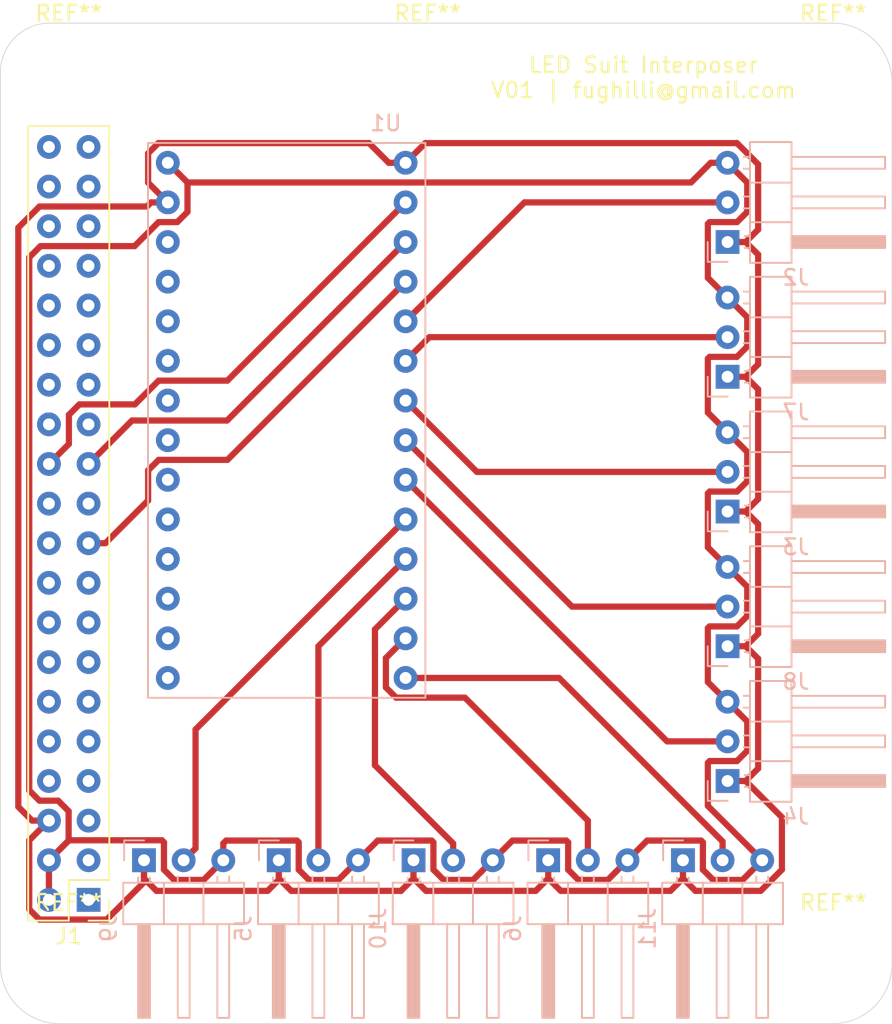
<source format=kicad_pcb>
(kicad_pcb (version 20171130) (host pcbnew 5.1.5-52549c5~86~ubuntu19.04.1)

  (general
    (thickness 1.6)
    (drawings 9)
    (tracks 219)
    (zones 0)
    (modules 17)
    (nets 62)
  )

  (page A4)
  (layers
    (0 F.Cu signal)
    (31 B.Cu signal hide)
    (32 B.Adhes user hide)
    (33 F.Adhes user hide)
    (34 B.Paste user hide)
    (35 F.Paste user hide)
    (36 B.SilkS user)
    (37 F.SilkS user)
    (38 B.Mask user hide)
    (39 F.Mask user hide)
    (40 Dwgs.User user hide)
    (41 Cmts.User user hide)
    (42 Eco1.User user hide)
    (43 Eco2.User user hide)
    (44 Edge.Cuts user)
    (45 Margin user hide)
    (46 B.CrtYd user hide)
    (47 F.CrtYd user)
    (48 B.Fab user hide)
    (49 F.Fab user hide)
  )

  (setup
    (last_trace_width 0.4)
    (trace_clearance 0.3)
    (zone_clearance 0.508)
    (zone_45_only no)
    (trace_min 0.2)
    (via_size 0.8)
    (via_drill 0.4)
    (via_min_size 0.4)
    (via_min_drill 0.3)
    (uvia_size 0.3)
    (uvia_drill 0.1)
    (uvias_allowed no)
    (uvia_min_size 0.2)
    (uvia_min_drill 0.1)
    (edge_width 0.05)
    (segment_width 0.2)
    (pcb_text_width 0.3)
    (pcb_text_size 1.5 1.5)
    (mod_edge_width 0.12)
    (mod_text_size 1 1)
    (mod_text_width 0.15)
    (pad_size 1.524 1.524)
    (pad_drill 0.762)
    (pad_to_mask_clearance 0.051)
    (solder_mask_min_width 0.25)
    (aux_axis_origin 93.345 136.525)
    (visible_elements FFFFFF7F)
    (pcbplotparams
      (layerselection 0x01000_7fffffff)
      (usegerberextensions false)
      (usegerberattributes false)
      (usegerberadvancedattributes false)
      (creategerberjobfile false)
      (excludeedgelayer true)
      (linewidth 0.100000)
      (plotframeref false)
      (viasonmask false)
      (mode 1)
      (useauxorigin true)
      (hpglpennumber 1)
      (hpglpenspeed 20)
      (hpglpendiameter 15.000000)
      (psnegative false)
      (psa4output false)
      (plotreference true)
      (plotvalue true)
      (plotinvisibletext false)
      (padsonsilk false)
      (subtractmaskfromsilk false)
      (outputformat 1)
      (mirror false)
      (drillshape 0)
      (scaleselection 1)
      (outputdirectory "gerbers/"))
  )

  (net 0 "")
  (net 1 "Net-(J1-Pad40)")
  (net 2 "Net-(J1-Pad39)")
  (net 3 "Net-(J1-Pad38)")
  (net 4 "Net-(J1-Pad37)")
  (net 5 "Net-(J1-Pad36)")
  (net 6 "Net-(J1-Pad35)")
  (net 7 "Net-(J1-Pad34)")
  (net 8 "Net-(J1-Pad33)")
  (net 9 "Net-(J1-Pad32)")
  (net 10 "Net-(J1-Pad31)")
  (net 11 "Net-(J1-Pad30)")
  (net 12 "Net-(J1-Pad29)")
  (net 13 "Net-(J1-Pad28)")
  (net 14 "Net-(J1-Pad27)")
  (net 15 "Net-(J1-Pad26)")
  (net 16 "Net-(J1-Pad25)")
  (net 17 /CS0)
  (net 18 /SCK)
  (net 19 "Net-(J1-Pad22)")
  (net 20 /MISO)
  (net 21 "Net-(J1-Pad20)")
  (net 22 /MOSI)
  (net 23 "Net-(J1-Pad18)")
  (net 24 "Net-(J1-Pad17)")
  (net 25 "Net-(J1-Pad16)")
  (net 26 "Net-(J1-Pad15)")
  (net 27 "Net-(J1-Pad14)")
  (net 28 "Net-(J1-Pad13)")
  (net 29 "Net-(J1-Pad12)")
  (net 30 "Net-(J1-Pad11)")
  (net 31 "Net-(J1-Pad10)")
  (net 32 "Net-(J1-Pad9)")
  (net 33 "Net-(J1-Pad8)")
  (net 34 "Net-(J1-Pad7)")
  (net 35 GND)
  (net 36 "Net-(J1-Pad5)")
  (net 37 +5V)
  (net 38 "Net-(J1-Pad3)")
  (net 39 "Net-(J1-Pad1)")
  (net 40 /S_OUT_1)
  (net 41 /S_OUT_3)
  (net 42 /S_OUT_5)
  (net 43 /S_OUT_7)
  (net 44 /S_OUT_9)
  (net 45 /S_OUT_2)
  (net 46 /S_OUT_4)
  (net 47 /S_OUT_6)
  (net 48 /S_OUT_8)
  (net 49 /S_OUT_10)
  (net 50 "Net-(U1-Pad26)")
  (net 51 "Net-(U1-Pad25)")
  (net 52 "Net-(U1-Pad24)")
  (net 53 "Net-(U1-Pad23)")
  (net 54 "Net-(U1-Pad22)")
  (net 55 "Net-(U1-Pad21)")
  (net 56 "Net-(U1-Pad20)")
  (net 57 "Net-(U1-Pad19)")
  (net 58 "Net-(U1-Pad18)")
  (net 59 "Net-(U1-Pad17)")
  (net 60 "Net-(U1-Pad16)")
  (net 61 "Net-(U1-Pad15)")

  (net_class Default "This is the default net class."
    (clearance 0.3)
    (trace_width 0.4)
    (via_dia 0.8)
    (via_drill 0.4)
    (uvia_dia 0.3)
    (uvia_drill 0.1)
    (add_net /CS0)
    (add_net /MISO)
    (add_net /MOSI)
    (add_net /SCK)
    (add_net /S_OUT_1)
    (add_net /S_OUT_10)
    (add_net /S_OUT_2)
    (add_net /S_OUT_3)
    (add_net /S_OUT_4)
    (add_net /S_OUT_5)
    (add_net /S_OUT_6)
    (add_net /S_OUT_7)
    (add_net /S_OUT_8)
    (add_net /S_OUT_9)
    (add_net "Net-(J1-Pad1)")
    (add_net "Net-(J1-Pad10)")
    (add_net "Net-(J1-Pad11)")
    (add_net "Net-(J1-Pad12)")
    (add_net "Net-(J1-Pad13)")
    (add_net "Net-(J1-Pad14)")
    (add_net "Net-(J1-Pad15)")
    (add_net "Net-(J1-Pad16)")
    (add_net "Net-(J1-Pad17)")
    (add_net "Net-(J1-Pad18)")
    (add_net "Net-(J1-Pad20)")
    (add_net "Net-(J1-Pad22)")
    (add_net "Net-(J1-Pad25)")
    (add_net "Net-(J1-Pad26)")
    (add_net "Net-(J1-Pad27)")
    (add_net "Net-(J1-Pad28)")
    (add_net "Net-(J1-Pad29)")
    (add_net "Net-(J1-Pad3)")
    (add_net "Net-(J1-Pad30)")
    (add_net "Net-(J1-Pad31)")
    (add_net "Net-(J1-Pad32)")
    (add_net "Net-(J1-Pad33)")
    (add_net "Net-(J1-Pad34)")
    (add_net "Net-(J1-Pad35)")
    (add_net "Net-(J1-Pad36)")
    (add_net "Net-(J1-Pad37)")
    (add_net "Net-(J1-Pad38)")
    (add_net "Net-(J1-Pad39)")
    (add_net "Net-(J1-Pad40)")
    (add_net "Net-(J1-Pad5)")
    (add_net "Net-(J1-Pad7)")
    (add_net "Net-(J1-Pad8)")
    (add_net "Net-(J1-Pad9)")
    (add_net "Net-(U1-Pad15)")
    (add_net "Net-(U1-Pad16)")
    (add_net "Net-(U1-Pad17)")
    (add_net "Net-(U1-Pad18)")
    (add_net "Net-(U1-Pad19)")
    (add_net "Net-(U1-Pad20)")
    (add_net "Net-(U1-Pad21)")
    (add_net "Net-(U1-Pad22)")
    (add_net "Net-(U1-Pad23)")
    (add_net "Net-(U1-Pad24)")
    (add_net "Net-(U1-Pad25)")
    (add_net "Net-(U1-Pad26)")
  )

  (net_class Power ""
    (clearance 0.3)
    (trace_width 0.4)
    (via_dia 0.8)
    (via_drill 0.4)
    (uvia_dia 0.3)
    (uvia_drill 0.1)
    (add_net +5V)
    (add_net GND)
  )

  (module fpga_pi_interposer:PinHeader_1x03_P2.54mm_Horizontal (layer B.Cu) (tedit 5EC48080) (tstamp 5EBF749F)
    (at 102.616 125.73 270)
    (descr "Through hole angled pin header, 1x03, 2.54mm pitch, 6mm pin length, single row")
    (tags "Through hole angled pin header THT 1x03 2.54mm single row")
    (path /5EC4E4B5)
    (fp_text reference J9 (at 4.385 2.27 90) (layer B.SilkS)
      (effects (font (size 1 1) (thickness 0.15)) (justify mirror))
    )
    (fp_text value Conn_01x03_Male (at 4.385 -7.35 90) (layer B.Fab)
      (effects (font (size 1 1) (thickness 0.15)) (justify mirror))
    )
    (fp_line (start 2.135 1.27) (end 4.04 1.27) (layer B.Fab) (width 0.1))
    (fp_line (start 4.04 1.27) (end 4.04 -6.35) (layer B.Fab) (width 0.1))
    (fp_line (start 4.04 -6.35) (end 1.5 -6.35) (layer B.Fab) (width 0.1))
    (fp_line (start 1.5 -6.35) (end 1.5 0.635) (layer B.Fab) (width 0.1))
    (fp_line (start 1.5 0.635) (end 2.135 1.27) (layer B.Fab) (width 0.1))
    (fp_line (start -0.32 0.32) (end 1.5 0.32) (layer B.Fab) (width 0.1))
    (fp_line (start -0.32 0.32) (end -0.32 -0.32) (layer B.Fab) (width 0.1))
    (fp_line (start -0.32 -0.32) (end 1.5 -0.32) (layer B.Fab) (width 0.1))
    (fp_line (start 4.04 0.32) (end 10.04 0.32) (layer B.Fab) (width 0.1))
    (fp_line (start 10.04 0.32) (end 10.04 -0.32) (layer B.Fab) (width 0.1))
    (fp_line (start 4.04 -0.32) (end 10.04 -0.32) (layer B.Fab) (width 0.1))
    (fp_line (start -0.32 -2.22) (end 1.5 -2.22) (layer B.Fab) (width 0.1))
    (fp_line (start -0.32 -2.22) (end -0.32 -2.86) (layer B.Fab) (width 0.1))
    (fp_line (start -0.32 -2.86) (end 1.5 -2.86) (layer B.Fab) (width 0.1))
    (fp_line (start 4.04 -2.22) (end 10.04 -2.22) (layer B.Fab) (width 0.1))
    (fp_line (start 10.04 -2.22) (end 10.04 -2.86) (layer B.Fab) (width 0.1))
    (fp_line (start 4.04 -2.86) (end 10.04 -2.86) (layer B.Fab) (width 0.1))
    (fp_line (start -0.32 -4.76) (end 1.5 -4.76) (layer B.Fab) (width 0.1))
    (fp_line (start -0.32 -4.76) (end -0.32 -5.4) (layer B.Fab) (width 0.1))
    (fp_line (start -0.32 -5.4) (end 1.5 -5.4) (layer B.Fab) (width 0.1))
    (fp_line (start 4.04 -4.76) (end 10.04 -4.76) (layer B.Fab) (width 0.1))
    (fp_line (start 10.04 -4.76) (end 10.04 -5.4) (layer B.Fab) (width 0.1))
    (fp_line (start 4.04 -5.4) (end 10.04 -5.4) (layer B.Fab) (width 0.1))
    (fp_line (start 1.44 1.33) (end 1.44 -6.41) (layer B.SilkS) (width 0.12))
    (fp_line (start 1.44 -6.41) (end 4.1 -6.41) (layer B.SilkS) (width 0.12))
    (fp_line (start 4.1 -6.41) (end 4.1 1.33) (layer B.SilkS) (width 0.12))
    (fp_line (start 4.1 1.33) (end 1.44 1.33) (layer B.SilkS) (width 0.12))
    (fp_line (start 4.1 0.38) (end 10.1 0.38) (layer B.SilkS) (width 0.12))
    (fp_line (start 10.1 0.38) (end 10.1 -0.38) (layer B.SilkS) (width 0.12))
    (fp_line (start 10.1 -0.38) (end 4.1 -0.38) (layer B.SilkS) (width 0.12))
    (fp_line (start 4.1 0.32) (end 10.1 0.32) (layer B.SilkS) (width 0.12))
    (fp_line (start 4.1 0.2) (end 10.1 0.2) (layer B.SilkS) (width 0.12))
    (fp_line (start 4.1 0.08) (end 10.1 0.08) (layer B.SilkS) (width 0.12))
    (fp_line (start 4.1 -0.04) (end 10.1 -0.04) (layer B.SilkS) (width 0.12))
    (fp_line (start 4.1 -0.16) (end 10.1 -0.16) (layer B.SilkS) (width 0.12))
    (fp_line (start 4.1 -0.28) (end 10.1 -0.28) (layer B.SilkS) (width 0.12))
    (fp_line (start 1.11 0.38) (end 1.44 0.38) (layer B.SilkS) (width 0.12))
    (fp_line (start 1.11 -0.38) (end 1.44 -0.38) (layer B.SilkS) (width 0.12))
    (fp_line (start 1.44 -1.27) (end 4.1 -1.27) (layer B.SilkS) (width 0.12))
    (fp_line (start 4.1 -2.16) (end 10.1 -2.16) (layer B.SilkS) (width 0.12))
    (fp_line (start 10.1 -2.16) (end 10.1 -2.92) (layer B.SilkS) (width 0.12))
    (fp_line (start 10.1 -2.92) (end 4.1 -2.92) (layer B.SilkS) (width 0.12))
    (fp_line (start 1.042929 -2.16) (end 1.44 -2.16) (layer B.SilkS) (width 0.12))
    (fp_line (start 1.042929 -2.92) (end 1.44 -2.92) (layer B.SilkS) (width 0.12))
    (fp_line (start 1.44 -3.81) (end 4.1 -3.81) (layer B.SilkS) (width 0.12))
    (fp_line (start 4.1 -4.7) (end 10.1 -4.7) (layer B.SilkS) (width 0.12))
    (fp_line (start 10.1 -4.7) (end 10.1 -5.46) (layer B.SilkS) (width 0.12))
    (fp_line (start 10.1 -5.46) (end 4.1 -5.46) (layer B.SilkS) (width 0.12))
    (fp_line (start 1.042929 -4.7) (end 1.44 -4.7) (layer B.SilkS) (width 0.12))
    (fp_line (start 1.042929 -5.46) (end 1.44 -5.46) (layer B.SilkS) (width 0.12))
    (fp_line (start -1.27 0) (end -1.27 1.27) (layer B.SilkS) (width 0.12))
    (fp_line (start -1.27 1.27) (end 0 1.27) (layer B.SilkS) (width 0.12))
    (fp_line (start -1.8 1.8) (end -1.8 -6.85) (layer B.CrtYd) (width 0.05))
    (fp_line (start -1.8 -6.85) (end 10.55 -6.85) (layer B.CrtYd) (width 0.05))
    (fp_line (start 10.55 -6.85) (end 10.55 1.8) (layer B.CrtYd) (width 0.05))
    (fp_line (start 10.55 1.8) (end -1.8 1.8) (layer B.CrtYd) (width 0.05))
    (fp_text user %R (at 2.77 -2.54) (layer B.Fab)
      (effects (font (size 1 1) (thickness 0.15)) (justify mirror))
    )
    (pad 1 thru_hole rect (at 0 0 270) (size 1.524 1.524) (drill 0.762) (layers *.Cu *.Mask)
      (net 35 GND))
    (pad 2 thru_hole oval (at 0 -2.54 270) (size 1.524 1.524) (drill 0.762) (layers *.Cu *.Mask)
      (net 47 /S_OUT_6))
    (pad 3 thru_hole oval (at 0 -5.08 270) (size 1.524 1.524) (drill 0.762) (layers *.Cu *.Mask)
      (net 37 +5V))
    (model ${KISYS3DMOD}/Connector_PinHeader_2.54mm.3dshapes/PinHeader_1x03_P2.54mm_Horizontal.wrl
      (at (xyz 0 0 0))
      (scale (xyz 1 1 1))
      (rotate (xyz 0 0 0))
    )
  )

  (module fpga_pi_interposer:PinHeader_1x03_P2.54mm_Horizontal (layer B.Cu) (tedit 5EC48080) (tstamp 5EBF7325)
    (at 137.16 125.73 270)
    (descr "Through hole angled pin header, 1x03, 2.54mm pitch, 6mm pin length, single row")
    (tags "Through hole angled pin header THT 1x03 2.54mm single row")
    (path /5EC6AC73)
    (fp_text reference J11 (at 4.385 2.27 270) (layer B.SilkS)
      (effects (font (size 1 1) (thickness 0.15)) (justify mirror))
    )
    (fp_text value Conn_01x03_Male (at 4.385 -7.35 270) (layer B.Fab)
      (effects (font (size 1 1) (thickness 0.15)) (justify mirror))
    )
    (fp_line (start 2.135 1.27) (end 4.04 1.27) (layer B.Fab) (width 0.1))
    (fp_line (start 4.04 1.27) (end 4.04 -6.35) (layer B.Fab) (width 0.1))
    (fp_line (start 4.04 -6.35) (end 1.5 -6.35) (layer B.Fab) (width 0.1))
    (fp_line (start 1.5 -6.35) (end 1.5 0.635) (layer B.Fab) (width 0.1))
    (fp_line (start 1.5 0.635) (end 2.135 1.27) (layer B.Fab) (width 0.1))
    (fp_line (start -0.32 0.32) (end 1.5 0.32) (layer B.Fab) (width 0.1))
    (fp_line (start -0.32 0.32) (end -0.32 -0.32) (layer B.Fab) (width 0.1))
    (fp_line (start -0.32 -0.32) (end 1.5 -0.32) (layer B.Fab) (width 0.1))
    (fp_line (start 4.04 0.32) (end 10.04 0.32) (layer B.Fab) (width 0.1))
    (fp_line (start 10.04 0.32) (end 10.04 -0.32) (layer B.Fab) (width 0.1))
    (fp_line (start 4.04 -0.32) (end 10.04 -0.32) (layer B.Fab) (width 0.1))
    (fp_line (start -0.32 -2.22) (end 1.5 -2.22) (layer B.Fab) (width 0.1))
    (fp_line (start -0.32 -2.22) (end -0.32 -2.86) (layer B.Fab) (width 0.1))
    (fp_line (start -0.32 -2.86) (end 1.5 -2.86) (layer B.Fab) (width 0.1))
    (fp_line (start 4.04 -2.22) (end 10.04 -2.22) (layer B.Fab) (width 0.1))
    (fp_line (start 10.04 -2.22) (end 10.04 -2.86) (layer B.Fab) (width 0.1))
    (fp_line (start 4.04 -2.86) (end 10.04 -2.86) (layer B.Fab) (width 0.1))
    (fp_line (start -0.32 -4.76) (end 1.5 -4.76) (layer B.Fab) (width 0.1))
    (fp_line (start -0.32 -4.76) (end -0.32 -5.4) (layer B.Fab) (width 0.1))
    (fp_line (start -0.32 -5.4) (end 1.5 -5.4) (layer B.Fab) (width 0.1))
    (fp_line (start 4.04 -4.76) (end 10.04 -4.76) (layer B.Fab) (width 0.1))
    (fp_line (start 10.04 -4.76) (end 10.04 -5.4) (layer B.Fab) (width 0.1))
    (fp_line (start 4.04 -5.4) (end 10.04 -5.4) (layer B.Fab) (width 0.1))
    (fp_line (start 1.44 1.33) (end 1.44 -6.41) (layer B.SilkS) (width 0.12))
    (fp_line (start 1.44 -6.41) (end 4.1 -6.41) (layer B.SilkS) (width 0.12))
    (fp_line (start 4.1 -6.41) (end 4.1 1.33) (layer B.SilkS) (width 0.12))
    (fp_line (start 4.1 1.33) (end 1.44 1.33) (layer B.SilkS) (width 0.12))
    (fp_line (start 4.1 0.38) (end 10.1 0.38) (layer B.SilkS) (width 0.12))
    (fp_line (start 10.1 0.38) (end 10.1 -0.38) (layer B.SilkS) (width 0.12))
    (fp_line (start 10.1 -0.38) (end 4.1 -0.38) (layer B.SilkS) (width 0.12))
    (fp_line (start 4.1 0.32) (end 10.1 0.32) (layer B.SilkS) (width 0.12))
    (fp_line (start 4.1 0.2) (end 10.1 0.2) (layer B.SilkS) (width 0.12))
    (fp_line (start 4.1 0.08) (end 10.1 0.08) (layer B.SilkS) (width 0.12))
    (fp_line (start 4.1 -0.04) (end 10.1 -0.04) (layer B.SilkS) (width 0.12))
    (fp_line (start 4.1 -0.16) (end 10.1 -0.16) (layer B.SilkS) (width 0.12))
    (fp_line (start 4.1 -0.28) (end 10.1 -0.28) (layer B.SilkS) (width 0.12))
    (fp_line (start 1.11 0.38) (end 1.44 0.38) (layer B.SilkS) (width 0.12))
    (fp_line (start 1.11 -0.38) (end 1.44 -0.38) (layer B.SilkS) (width 0.12))
    (fp_line (start 1.44 -1.27) (end 4.1 -1.27) (layer B.SilkS) (width 0.12))
    (fp_line (start 4.1 -2.16) (end 10.1 -2.16) (layer B.SilkS) (width 0.12))
    (fp_line (start 10.1 -2.16) (end 10.1 -2.92) (layer B.SilkS) (width 0.12))
    (fp_line (start 10.1 -2.92) (end 4.1 -2.92) (layer B.SilkS) (width 0.12))
    (fp_line (start 1.042929 -2.16) (end 1.44 -2.16) (layer B.SilkS) (width 0.12))
    (fp_line (start 1.042929 -2.92) (end 1.44 -2.92) (layer B.SilkS) (width 0.12))
    (fp_line (start 1.44 -3.81) (end 4.1 -3.81) (layer B.SilkS) (width 0.12))
    (fp_line (start 4.1 -4.7) (end 10.1 -4.7) (layer B.SilkS) (width 0.12))
    (fp_line (start 10.1 -4.7) (end 10.1 -5.46) (layer B.SilkS) (width 0.12))
    (fp_line (start 10.1 -5.46) (end 4.1 -5.46) (layer B.SilkS) (width 0.12))
    (fp_line (start 1.042929 -4.7) (end 1.44 -4.7) (layer B.SilkS) (width 0.12))
    (fp_line (start 1.042929 -5.46) (end 1.44 -5.46) (layer B.SilkS) (width 0.12))
    (fp_line (start -1.27 0) (end -1.27 1.27) (layer B.SilkS) (width 0.12))
    (fp_line (start -1.27 1.27) (end 0 1.27) (layer B.SilkS) (width 0.12))
    (fp_line (start -1.8 1.8) (end -1.8 -6.85) (layer B.CrtYd) (width 0.05))
    (fp_line (start -1.8 -6.85) (end 10.55 -6.85) (layer B.CrtYd) (width 0.05))
    (fp_line (start 10.55 -6.85) (end 10.55 1.8) (layer B.CrtYd) (width 0.05))
    (fp_line (start 10.55 1.8) (end -1.8 1.8) (layer B.CrtYd) (width 0.05))
    (fp_text user %R (at 2.77 -2.54) (layer B.Fab)
      (effects (font (size 1 1) (thickness 0.15)) (justify mirror))
    )
    (pad 1 thru_hole rect (at 0 0 270) (size 1.524 1.524) (drill 0.762) (layers *.Cu *.Mask)
      (net 35 GND))
    (pad 2 thru_hole oval (at 0 -2.54 270) (size 1.524 1.524) (drill 0.762) (layers *.Cu *.Mask)
      (net 49 /S_OUT_10))
    (pad 3 thru_hole oval (at 0 -5.08 270) (size 1.524 1.524) (drill 0.762) (layers *.Cu *.Mask)
      (net 37 +5V))
    (model ${KISYS3DMOD}/Connector_PinHeader_2.54mm.3dshapes/PinHeader_1x03_P2.54mm_Horizontal.wrl
      (at (xyz 0 0 0))
      (scale (xyz 1 1 1))
      (rotate (xyz 0 0 0))
    )
  )

  (module fpga_pi_interposer:PinHeader_1x03_P2.54mm_Horizontal (layer B.Cu) (tedit 5EC48080) (tstamp 5EBF7619)
    (at 119.888 125.73 270)
    (descr "Through hole angled pin header, 1x03, 2.54mm pitch, 6mm pin length, single row")
    (tags "Through hole angled pin header THT 1x03 2.54mm single row")
    (path /5EC4F560)
    (fp_text reference J10 (at 4.385 2.27 270) (layer B.SilkS)
      (effects (font (size 1 1) (thickness 0.15)) (justify mirror))
    )
    (fp_text value Conn_01x03_Male (at 4.385 -7.35 270) (layer B.Fab)
      (effects (font (size 1 1) (thickness 0.15)) (justify mirror))
    )
    (fp_line (start 2.135 1.27) (end 4.04 1.27) (layer B.Fab) (width 0.1))
    (fp_line (start 4.04 1.27) (end 4.04 -6.35) (layer B.Fab) (width 0.1))
    (fp_line (start 4.04 -6.35) (end 1.5 -6.35) (layer B.Fab) (width 0.1))
    (fp_line (start 1.5 -6.35) (end 1.5 0.635) (layer B.Fab) (width 0.1))
    (fp_line (start 1.5 0.635) (end 2.135 1.27) (layer B.Fab) (width 0.1))
    (fp_line (start -0.32 0.32) (end 1.5 0.32) (layer B.Fab) (width 0.1))
    (fp_line (start -0.32 0.32) (end -0.32 -0.32) (layer B.Fab) (width 0.1))
    (fp_line (start -0.32 -0.32) (end 1.5 -0.32) (layer B.Fab) (width 0.1))
    (fp_line (start 4.04 0.32) (end 10.04 0.32) (layer B.Fab) (width 0.1))
    (fp_line (start 10.04 0.32) (end 10.04 -0.32) (layer B.Fab) (width 0.1))
    (fp_line (start 4.04 -0.32) (end 10.04 -0.32) (layer B.Fab) (width 0.1))
    (fp_line (start -0.32 -2.22) (end 1.5 -2.22) (layer B.Fab) (width 0.1))
    (fp_line (start -0.32 -2.22) (end -0.32 -2.86) (layer B.Fab) (width 0.1))
    (fp_line (start -0.32 -2.86) (end 1.5 -2.86) (layer B.Fab) (width 0.1))
    (fp_line (start 4.04 -2.22) (end 10.04 -2.22) (layer B.Fab) (width 0.1))
    (fp_line (start 10.04 -2.22) (end 10.04 -2.86) (layer B.Fab) (width 0.1))
    (fp_line (start 4.04 -2.86) (end 10.04 -2.86) (layer B.Fab) (width 0.1))
    (fp_line (start -0.32 -4.76) (end 1.5 -4.76) (layer B.Fab) (width 0.1))
    (fp_line (start -0.32 -4.76) (end -0.32 -5.4) (layer B.Fab) (width 0.1))
    (fp_line (start -0.32 -5.4) (end 1.5 -5.4) (layer B.Fab) (width 0.1))
    (fp_line (start 4.04 -4.76) (end 10.04 -4.76) (layer B.Fab) (width 0.1))
    (fp_line (start 10.04 -4.76) (end 10.04 -5.4) (layer B.Fab) (width 0.1))
    (fp_line (start 4.04 -5.4) (end 10.04 -5.4) (layer B.Fab) (width 0.1))
    (fp_line (start 1.44 1.33) (end 1.44 -6.41) (layer B.SilkS) (width 0.12))
    (fp_line (start 1.44 -6.41) (end 4.1 -6.41) (layer B.SilkS) (width 0.12))
    (fp_line (start 4.1 -6.41) (end 4.1 1.33) (layer B.SilkS) (width 0.12))
    (fp_line (start 4.1 1.33) (end 1.44 1.33) (layer B.SilkS) (width 0.12))
    (fp_line (start 4.1 0.38) (end 10.1 0.38) (layer B.SilkS) (width 0.12))
    (fp_line (start 10.1 0.38) (end 10.1 -0.38) (layer B.SilkS) (width 0.12))
    (fp_line (start 10.1 -0.38) (end 4.1 -0.38) (layer B.SilkS) (width 0.12))
    (fp_line (start 4.1 0.32) (end 10.1 0.32) (layer B.SilkS) (width 0.12))
    (fp_line (start 4.1 0.2) (end 10.1 0.2) (layer B.SilkS) (width 0.12))
    (fp_line (start 4.1 0.08) (end 10.1 0.08) (layer B.SilkS) (width 0.12))
    (fp_line (start 4.1 -0.04) (end 10.1 -0.04) (layer B.SilkS) (width 0.12))
    (fp_line (start 4.1 -0.16) (end 10.1 -0.16) (layer B.SilkS) (width 0.12))
    (fp_line (start 4.1 -0.28) (end 10.1 -0.28) (layer B.SilkS) (width 0.12))
    (fp_line (start 1.11 0.38) (end 1.44 0.38) (layer B.SilkS) (width 0.12))
    (fp_line (start 1.11 -0.38) (end 1.44 -0.38) (layer B.SilkS) (width 0.12))
    (fp_line (start 1.44 -1.27) (end 4.1 -1.27) (layer B.SilkS) (width 0.12))
    (fp_line (start 4.1 -2.16) (end 10.1 -2.16) (layer B.SilkS) (width 0.12))
    (fp_line (start 10.1 -2.16) (end 10.1 -2.92) (layer B.SilkS) (width 0.12))
    (fp_line (start 10.1 -2.92) (end 4.1 -2.92) (layer B.SilkS) (width 0.12))
    (fp_line (start 1.042929 -2.16) (end 1.44 -2.16) (layer B.SilkS) (width 0.12))
    (fp_line (start 1.042929 -2.92) (end 1.44 -2.92) (layer B.SilkS) (width 0.12))
    (fp_line (start 1.44 -3.81) (end 4.1 -3.81) (layer B.SilkS) (width 0.12))
    (fp_line (start 4.1 -4.7) (end 10.1 -4.7) (layer B.SilkS) (width 0.12))
    (fp_line (start 10.1 -4.7) (end 10.1 -5.46) (layer B.SilkS) (width 0.12))
    (fp_line (start 10.1 -5.46) (end 4.1 -5.46) (layer B.SilkS) (width 0.12))
    (fp_line (start 1.042929 -4.7) (end 1.44 -4.7) (layer B.SilkS) (width 0.12))
    (fp_line (start 1.042929 -5.46) (end 1.44 -5.46) (layer B.SilkS) (width 0.12))
    (fp_line (start -1.27 0) (end -1.27 1.27) (layer B.SilkS) (width 0.12))
    (fp_line (start -1.27 1.27) (end 0 1.27) (layer B.SilkS) (width 0.12))
    (fp_line (start -1.8 1.8) (end -1.8 -6.85) (layer B.CrtYd) (width 0.05))
    (fp_line (start -1.8 -6.85) (end 10.55 -6.85) (layer B.CrtYd) (width 0.05))
    (fp_line (start 10.55 -6.85) (end 10.55 1.8) (layer B.CrtYd) (width 0.05))
    (fp_line (start 10.55 1.8) (end -1.8 1.8) (layer B.CrtYd) (width 0.05))
    (fp_text user %R (at 2.77 -2.54) (layer B.Fab)
      (effects (font (size 1 1) (thickness 0.15)) (justify mirror))
    )
    (pad 1 thru_hole rect (at 0 0 270) (size 1.524 1.524) (drill 0.762) (layers *.Cu *.Mask)
      (net 35 GND))
    (pad 2 thru_hole oval (at 0 -2.54 270) (size 1.524 1.524) (drill 0.762) (layers *.Cu *.Mask)
      (net 48 /S_OUT_8))
    (pad 3 thru_hole oval (at 0 -5.08 270) (size 1.524 1.524) (drill 0.762) (layers *.Cu *.Mask)
      (net 37 +5V))
    (model ${KISYS3DMOD}/Connector_PinHeader_2.54mm.3dshapes/PinHeader_1x03_P2.54mm_Horizontal.wrl
      (at (xyz 0 0 0))
      (scale (xyz 1 1 1))
      (rotate (xyz 0 0 0))
    )
  )

  (module fpga_pi_interposer:PinHeader_1x03_P2.54mm_Horizontal (layer B.Cu) (tedit 5EC48080) (tstamp 5EBEB2B9)
    (at 140.0175 112.014)
    (descr "Through hole angled pin header, 1x03, 2.54mm pitch, 6mm pin length, single row")
    (tags "Through hole angled pin header THT 1x03 2.54mm single row")
    (path /5EC4D7FD)
    (fp_text reference J8 (at 4.385 2.27) (layer B.SilkS)
      (effects (font (size 1 1) (thickness 0.15)) (justify mirror))
    )
    (fp_text value Conn_01x03_Male (at 4.385 -7.35) (layer B.Fab)
      (effects (font (size 1 1) (thickness 0.15)) (justify mirror))
    )
    (fp_line (start 2.135 1.27) (end 4.04 1.27) (layer B.Fab) (width 0.1))
    (fp_line (start 4.04 1.27) (end 4.04 -6.35) (layer B.Fab) (width 0.1))
    (fp_line (start 4.04 -6.35) (end 1.5 -6.35) (layer B.Fab) (width 0.1))
    (fp_line (start 1.5 -6.35) (end 1.5 0.635) (layer B.Fab) (width 0.1))
    (fp_line (start 1.5 0.635) (end 2.135 1.27) (layer B.Fab) (width 0.1))
    (fp_line (start -0.32 0.32) (end 1.5 0.32) (layer B.Fab) (width 0.1))
    (fp_line (start -0.32 0.32) (end -0.32 -0.32) (layer B.Fab) (width 0.1))
    (fp_line (start -0.32 -0.32) (end 1.5 -0.32) (layer B.Fab) (width 0.1))
    (fp_line (start 4.04 0.32) (end 10.04 0.32) (layer B.Fab) (width 0.1))
    (fp_line (start 10.04 0.32) (end 10.04 -0.32) (layer B.Fab) (width 0.1))
    (fp_line (start 4.04 -0.32) (end 10.04 -0.32) (layer B.Fab) (width 0.1))
    (fp_line (start -0.32 -2.22) (end 1.5 -2.22) (layer B.Fab) (width 0.1))
    (fp_line (start -0.32 -2.22) (end -0.32 -2.86) (layer B.Fab) (width 0.1))
    (fp_line (start -0.32 -2.86) (end 1.5 -2.86) (layer B.Fab) (width 0.1))
    (fp_line (start 4.04 -2.22) (end 10.04 -2.22) (layer B.Fab) (width 0.1))
    (fp_line (start 10.04 -2.22) (end 10.04 -2.86) (layer B.Fab) (width 0.1))
    (fp_line (start 4.04 -2.86) (end 10.04 -2.86) (layer B.Fab) (width 0.1))
    (fp_line (start -0.32 -4.76) (end 1.5 -4.76) (layer B.Fab) (width 0.1))
    (fp_line (start -0.32 -4.76) (end -0.32 -5.4) (layer B.Fab) (width 0.1))
    (fp_line (start -0.32 -5.4) (end 1.5 -5.4) (layer B.Fab) (width 0.1))
    (fp_line (start 4.04 -4.76) (end 10.04 -4.76) (layer B.Fab) (width 0.1))
    (fp_line (start 10.04 -4.76) (end 10.04 -5.4) (layer B.Fab) (width 0.1))
    (fp_line (start 4.04 -5.4) (end 10.04 -5.4) (layer B.Fab) (width 0.1))
    (fp_line (start 1.44 1.33) (end 1.44 -6.41) (layer B.SilkS) (width 0.12))
    (fp_line (start 1.44 -6.41) (end 4.1 -6.41) (layer B.SilkS) (width 0.12))
    (fp_line (start 4.1 -6.41) (end 4.1 1.33) (layer B.SilkS) (width 0.12))
    (fp_line (start 4.1 1.33) (end 1.44 1.33) (layer B.SilkS) (width 0.12))
    (fp_line (start 4.1 0.38) (end 10.1 0.38) (layer B.SilkS) (width 0.12))
    (fp_line (start 10.1 0.38) (end 10.1 -0.38) (layer B.SilkS) (width 0.12))
    (fp_line (start 10.1 -0.38) (end 4.1 -0.38) (layer B.SilkS) (width 0.12))
    (fp_line (start 4.1 0.32) (end 10.1 0.32) (layer B.SilkS) (width 0.12))
    (fp_line (start 4.1 0.2) (end 10.1 0.2) (layer B.SilkS) (width 0.12))
    (fp_line (start 4.1 0.08) (end 10.1 0.08) (layer B.SilkS) (width 0.12))
    (fp_line (start 4.1 -0.04) (end 10.1 -0.04) (layer B.SilkS) (width 0.12))
    (fp_line (start 4.1 -0.16) (end 10.1 -0.16) (layer B.SilkS) (width 0.12))
    (fp_line (start 4.1 -0.28) (end 10.1 -0.28) (layer B.SilkS) (width 0.12))
    (fp_line (start 1.11 0.38) (end 1.44 0.38) (layer B.SilkS) (width 0.12))
    (fp_line (start 1.11 -0.38) (end 1.44 -0.38) (layer B.SilkS) (width 0.12))
    (fp_line (start 1.44 -1.27) (end 4.1 -1.27) (layer B.SilkS) (width 0.12))
    (fp_line (start 4.1 -2.16) (end 10.1 -2.16) (layer B.SilkS) (width 0.12))
    (fp_line (start 10.1 -2.16) (end 10.1 -2.92) (layer B.SilkS) (width 0.12))
    (fp_line (start 10.1 -2.92) (end 4.1 -2.92) (layer B.SilkS) (width 0.12))
    (fp_line (start 1.042929 -2.16) (end 1.44 -2.16) (layer B.SilkS) (width 0.12))
    (fp_line (start 1.042929 -2.92) (end 1.44 -2.92) (layer B.SilkS) (width 0.12))
    (fp_line (start 1.44 -3.81) (end 4.1 -3.81) (layer B.SilkS) (width 0.12))
    (fp_line (start 4.1 -4.7) (end 10.1 -4.7) (layer B.SilkS) (width 0.12))
    (fp_line (start 10.1 -4.7) (end 10.1 -5.46) (layer B.SilkS) (width 0.12))
    (fp_line (start 10.1 -5.46) (end 4.1 -5.46) (layer B.SilkS) (width 0.12))
    (fp_line (start 1.042929 -4.7) (end 1.44 -4.7) (layer B.SilkS) (width 0.12))
    (fp_line (start 1.042929 -5.46) (end 1.44 -5.46) (layer B.SilkS) (width 0.12))
    (fp_line (start -1.27 0) (end -1.27 1.27) (layer B.SilkS) (width 0.12))
    (fp_line (start -1.27 1.27) (end 0 1.27) (layer B.SilkS) (width 0.12))
    (fp_line (start -1.8 1.8) (end -1.8 -6.85) (layer B.CrtYd) (width 0.05))
    (fp_line (start -1.8 -6.85) (end 10.55 -6.85) (layer B.CrtYd) (width 0.05))
    (fp_line (start 10.55 -6.85) (end 10.55 1.8) (layer B.CrtYd) (width 0.05))
    (fp_line (start 10.55 1.8) (end -1.8 1.8) (layer B.CrtYd) (width 0.05))
    (fp_text user %R (at 2.77 -2.54 270) (layer B.Fab)
      (effects (font (size 1 1) (thickness 0.15)) (justify mirror))
    )
    (pad 1 thru_hole rect (at 0 0) (size 1.524 1.524) (drill 0.762) (layers *.Cu *.Mask)
      (net 35 GND))
    (pad 2 thru_hole oval (at 0 -2.54) (size 1.524 1.524) (drill 0.762) (layers *.Cu *.Mask)
      (net 46 /S_OUT_4))
    (pad 3 thru_hole oval (at 0 -5.08) (size 1.524 1.524) (drill 0.762) (layers *.Cu *.Mask)
      (net 37 +5V))
    (model ${KISYS3DMOD}/Connector_PinHeader_2.54mm.3dshapes/PinHeader_1x03_P2.54mm_Horizontal.wrl
      (at (xyz 0 0 0))
      (scale (xyz 1 1 1))
      (rotate (xyz 0 0 0))
    )
  )

  (module fpga_pi_interposer:PinHeader_1x03_P2.54mm_Horizontal (layer B.Cu) (tedit 5EC48080) (tstamp 5EBEC287)
    (at 140.0175 94.742)
    (descr "Through hole angled pin header, 1x03, 2.54mm pitch, 6mm pin length, single row")
    (tags "Through hole angled pin header THT 1x03 2.54mm single row")
    (path /5EBF9FB9)
    (fp_text reference J7 (at 4.385 2.27) (layer B.SilkS)
      (effects (font (size 1 1) (thickness 0.15)) (justify mirror))
    )
    (fp_text value Conn_01x03_Male (at 4.385 -7.35) (layer B.Fab)
      (effects (font (size 1 1) (thickness 0.15)) (justify mirror))
    )
    (fp_line (start 2.135 1.27) (end 4.04 1.27) (layer B.Fab) (width 0.1))
    (fp_line (start 4.04 1.27) (end 4.04 -6.35) (layer B.Fab) (width 0.1))
    (fp_line (start 4.04 -6.35) (end 1.5 -6.35) (layer B.Fab) (width 0.1))
    (fp_line (start 1.5 -6.35) (end 1.5 0.635) (layer B.Fab) (width 0.1))
    (fp_line (start 1.5 0.635) (end 2.135 1.27) (layer B.Fab) (width 0.1))
    (fp_line (start -0.32 0.32) (end 1.5 0.32) (layer B.Fab) (width 0.1))
    (fp_line (start -0.32 0.32) (end -0.32 -0.32) (layer B.Fab) (width 0.1))
    (fp_line (start -0.32 -0.32) (end 1.5 -0.32) (layer B.Fab) (width 0.1))
    (fp_line (start 4.04 0.32) (end 10.04 0.32) (layer B.Fab) (width 0.1))
    (fp_line (start 10.04 0.32) (end 10.04 -0.32) (layer B.Fab) (width 0.1))
    (fp_line (start 4.04 -0.32) (end 10.04 -0.32) (layer B.Fab) (width 0.1))
    (fp_line (start -0.32 -2.22) (end 1.5 -2.22) (layer B.Fab) (width 0.1))
    (fp_line (start -0.32 -2.22) (end -0.32 -2.86) (layer B.Fab) (width 0.1))
    (fp_line (start -0.32 -2.86) (end 1.5 -2.86) (layer B.Fab) (width 0.1))
    (fp_line (start 4.04 -2.22) (end 10.04 -2.22) (layer B.Fab) (width 0.1))
    (fp_line (start 10.04 -2.22) (end 10.04 -2.86) (layer B.Fab) (width 0.1))
    (fp_line (start 4.04 -2.86) (end 10.04 -2.86) (layer B.Fab) (width 0.1))
    (fp_line (start -0.32 -4.76) (end 1.5 -4.76) (layer B.Fab) (width 0.1))
    (fp_line (start -0.32 -4.76) (end -0.32 -5.4) (layer B.Fab) (width 0.1))
    (fp_line (start -0.32 -5.4) (end 1.5 -5.4) (layer B.Fab) (width 0.1))
    (fp_line (start 4.04 -4.76) (end 10.04 -4.76) (layer B.Fab) (width 0.1))
    (fp_line (start 10.04 -4.76) (end 10.04 -5.4) (layer B.Fab) (width 0.1))
    (fp_line (start 4.04 -5.4) (end 10.04 -5.4) (layer B.Fab) (width 0.1))
    (fp_line (start 1.44 1.33) (end 1.44 -6.41) (layer B.SilkS) (width 0.12))
    (fp_line (start 1.44 -6.41) (end 4.1 -6.41) (layer B.SilkS) (width 0.12))
    (fp_line (start 4.1 -6.41) (end 4.1 1.33) (layer B.SilkS) (width 0.12))
    (fp_line (start 4.1 1.33) (end 1.44 1.33) (layer B.SilkS) (width 0.12))
    (fp_line (start 4.1 0.38) (end 10.1 0.38) (layer B.SilkS) (width 0.12))
    (fp_line (start 10.1 0.38) (end 10.1 -0.38) (layer B.SilkS) (width 0.12))
    (fp_line (start 10.1 -0.38) (end 4.1 -0.38) (layer B.SilkS) (width 0.12))
    (fp_line (start 4.1 0.32) (end 10.1 0.32) (layer B.SilkS) (width 0.12))
    (fp_line (start 4.1 0.2) (end 10.1 0.2) (layer B.SilkS) (width 0.12))
    (fp_line (start 4.1 0.08) (end 10.1 0.08) (layer B.SilkS) (width 0.12))
    (fp_line (start 4.1 -0.04) (end 10.1 -0.04) (layer B.SilkS) (width 0.12))
    (fp_line (start 4.1 -0.16) (end 10.1 -0.16) (layer B.SilkS) (width 0.12))
    (fp_line (start 4.1 -0.28) (end 10.1 -0.28) (layer B.SilkS) (width 0.12))
    (fp_line (start 1.11 0.38) (end 1.44 0.38) (layer B.SilkS) (width 0.12))
    (fp_line (start 1.11 -0.38) (end 1.44 -0.38) (layer B.SilkS) (width 0.12))
    (fp_line (start 1.44 -1.27) (end 4.1 -1.27) (layer B.SilkS) (width 0.12))
    (fp_line (start 4.1 -2.16) (end 10.1 -2.16) (layer B.SilkS) (width 0.12))
    (fp_line (start 10.1 -2.16) (end 10.1 -2.92) (layer B.SilkS) (width 0.12))
    (fp_line (start 10.1 -2.92) (end 4.1 -2.92) (layer B.SilkS) (width 0.12))
    (fp_line (start 1.042929 -2.16) (end 1.44 -2.16) (layer B.SilkS) (width 0.12))
    (fp_line (start 1.042929 -2.92) (end 1.44 -2.92) (layer B.SilkS) (width 0.12))
    (fp_line (start 1.44 -3.81) (end 4.1 -3.81) (layer B.SilkS) (width 0.12))
    (fp_line (start 4.1 -4.7) (end 10.1 -4.7) (layer B.SilkS) (width 0.12))
    (fp_line (start 10.1 -4.7) (end 10.1 -5.46) (layer B.SilkS) (width 0.12))
    (fp_line (start 10.1 -5.46) (end 4.1 -5.46) (layer B.SilkS) (width 0.12))
    (fp_line (start 1.042929 -4.7) (end 1.44 -4.7) (layer B.SilkS) (width 0.12))
    (fp_line (start 1.042929 -5.46) (end 1.44 -5.46) (layer B.SilkS) (width 0.12))
    (fp_line (start -1.27 0) (end -1.27 1.27) (layer B.SilkS) (width 0.12))
    (fp_line (start -1.27 1.27) (end 0 1.27) (layer B.SilkS) (width 0.12))
    (fp_line (start -1.8 1.8) (end -1.8 -6.85) (layer B.CrtYd) (width 0.05))
    (fp_line (start -1.8 -6.85) (end 10.55 -6.85) (layer B.CrtYd) (width 0.05))
    (fp_line (start 10.55 -6.85) (end 10.55 1.8) (layer B.CrtYd) (width 0.05))
    (fp_line (start 10.55 1.8) (end -1.8 1.8) (layer B.CrtYd) (width 0.05))
    (fp_text user %R (at 2.77 -2.54 270) (layer B.Fab)
      (effects (font (size 1 1) (thickness 0.15)) (justify mirror))
    )
    (pad 1 thru_hole rect (at 0 0) (size 1.524 1.524) (drill 0.762) (layers *.Cu *.Mask)
      (net 35 GND))
    (pad 2 thru_hole oval (at 0 -2.54) (size 1.524 1.524) (drill 0.762) (layers *.Cu *.Mask)
      (net 45 /S_OUT_2))
    (pad 3 thru_hole oval (at 0 -5.08) (size 1.524 1.524) (drill 0.762) (layers *.Cu *.Mask)
      (net 37 +5V))
    (model ${KISYS3DMOD}/Connector_PinHeader_2.54mm.3dshapes/PinHeader_1x03_P2.54mm_Horizontal.wrl
      (at (xyz 0 0 0))
      (scale (xyz 1 1 1))
      (rotate (xyz 0 0 0))
    )
  )

  (module fpga_pi_interposer:PinHeader_1x03_P2.54mm_Horizontal (layer B.Cu) (tedit 5EC48080) (tstamp 5EBF755C)
    (at 128.524 125.73 270)
    (descr "Through hole angled pin header, 1x03, 2.54mm pitch, 6mm pin length, single row")
    (tags "Through hole angled pin header THT 1x03 2.54mm single row")
    (path /5EC6AC8B)
    (fp_text reference J6 (at 4.385 2.27 270) (layer B.SilkS)
      (effects (font (size 1 1) (thickness 0.15)) (justify mirror))
    )
    (fp_text value Conn_01x03_Male (at 4.385 -7.35 270) (layer B.Fab)
      (effects (font (size 1 1) (thickness 0.15)) (justify mirror))
    )
    (fp_line (start 2.135 1.27) (end 4.04 1.27) (layer B.Fab) (width 0.1))
    (fp_line (start 4.04 1.27) (end 4.04 -6.35) (layer B.Fab) (width 0.1))
    (fp_line (start 4.04 -6.35) (end 1.5 -6.35) (layer B.Fab) (width 0.1))
    (fp_line (start 1.5 -6.35) (end 1.5 0.635) (layer B.Fab) (width 0.1))
    (fp_line (start 1.5 0.635) (end 2.135 1.27) (layer B.Fab) (width 0.1))
    (fp_line (start -0.32 0.32) (end 1.5 0.32) (layer B.Fab) (width 0.1))
    (fp_line (start -0.32 0.32) (end -0.32 -0.32) (layer B.Fab) (width 0.1))
    (fp_line (start -0.32 -0.32) (end 1.5 -0.32) (layer B.Fab) (width 0.1))
    (fp_line (start 4.04 0.32) (end 10.04 0.32) (layer B.Fab) (width 0.1))
    (fp_line (start 10.04 0.32) (end 10.04 -0.32) (layer B.Fab) (width 0.1))
    (fp_line (start 4.04 -0.32) (end 10.04 -0.32) (layer B.Fab) (width 0.1))
    (fp_line (start -0.32 -2.22) (end 1.5 -2.22) (layer B.Fab) (width 0.1))
    (fp_line (start -0.32 -2.22) (end -0.32 -2.86) (layer B.Fab) (width 0.1))
    (fp_line (start -0.32 -2.86) (end 1.5 -2.86) (layer B.Fab) (width 0.1))
    (fp_line (start 4.04 -2.22) (end 10.04 -2.22) (layer B.Fab) (width 0.1))
    (fp_line (start 10.04 -2.22) (end 10.04 -2.86) (layer B.Fab) (width 0.1))
    (fp_line (start 4.04 -2.86) (end 10.04 -2.86) (layer B.Fab) (width 0.1))
    (fp_line (start -0.32 -4.76) (end 1.5 -4.76) (layer B.Fab) (width 0.1))
    (fp_line (start -0.32 -4.76) (end -0.32 -5.4) (layer B.Fab) (width 0.1))
    (fp_line (start -0.32 -5.4) (end 1.5 -5.4) (layer B.Fab) (width 0.1))
    (fp_line (start 4.04 -4.76) (end 10.04 -4.76) (layer B.Fab) (width 0.1))
    (fp_line (start 10.04 -4.76) (end 10.04 -5.4) (layer B.Fab) (width 0.1))
    (fp_line (start 4.04 -5.4) (end 10.04 -5.4) (layer B.Fab) (width 0.1))
    (fp_line (start 1.44 1.33) (end 1.44 -6.41) (layer B.SilkS) (width 0.12))
    (fp_line (start 1.44 -6.41) (end 4.1 -6.41) (layer B.SilkS) (width 0.12))
    (fp_line (start 4.1 -6.41) (end 4.1 1.33) (layer B.SilkS) (width 0.12))
    (fp_line (start 4.1 1.33) (end 1.44 1.33) (layer B.SilkS) (width 0.12))
    (fp_line (start 4.1 0.38) (end 10.1 0.38) (layer B.SilkS) (width 0.12))
    (fp_line (start 10.1 0.38) (end 10.1 -0.38) (layer B.SilkS) (width 0.12))
    (fp_line (start 10.1 -0.38) (end 4.1 -0.38) (layer B.SilkS) (width 0.12))
    (fp_line (start 4.1 0.32) (end 10.1 0.32) (layer B.SilkS) (width 0.12))
    (fp_line (start 4.1 0.2) (end 10.1 0.2) (layer B.SilkS) (width 0.12))
    (fp_line (start 4.1 0.08) (end 10.1 0.08) (layer B.SilkS) (width 0.12))
    (fp_line (start 4.1 -0.04) (end 10.1 -0.04) (layer B.SilkS) (width 0.12))
    (fp_line (start 4.1 -0.16) (end 10.1 -0.16) (layer B.SilkS) (width 0.12))
    (fp_line (start 4.1 -0.28) (end 10.1 -0.28) (layer B.SilkS) (width 0.12))
    (fp_line (start 1.11 0.38) (end 1.44 0.38) (layer B.SilkS) (width 0.12))
    (fp_line (start 1.11 -0.38) (end 1.44 -0.38) (layer B.SilkS) (width 0.12))
    (fp_line (start 1.44 -1.27) (end 4.1 -1.27) (layer B.SilkS) (width 0.12))
    (fp_line (start 4.1 -2.16) (end 10.1 -2.16) (layer B.SilkS) (width 0.12))
    (fp_line (start 10.1 -2.16) (end 10.1 -2.92) (layer B.SilkS) (width 0.12))
    (fp_line (start 10.1 -2.92) (end 4.1 -2.92) (layer B.SilkS) (width 0.12))
    (fp_line (start 1.042929 -2.16) (end 1.44 -2.16) (layer B.SilkS) (width 0.12))
    (fp_line (start 1.042929 -2.92) (end 1.44 -2.92) (layer B.SilkS) (width 0.12))
    (fp_line (start 1.44 -3.81) (end 4.1 -3.81) (layer B.SilkS) (width 0.12))
    (fp_line (start 4.1 -4.7) (end 10.1 -4.7) (layer B.SilkS) (width 0.12))
    (fp_line (start 10.1 -4.7) (end 10.1 -5.46) (layer B.SilkS) (width 0.12))
    (fp_line (start 10.1 -5.46) (end 4.1 -5.46) (layer B.SilkS) (width 0.12))
    (fp_line (start 1.042929 -4.7) (end 1.44 -4.7) (layer B.SilkS) (width 0.12))
    (fp_line (start 1.042929 -5.46) (end 1.44 -5.46) (layer B.SilkS) (width 0.12))
    (fp_line (start -1.27 0) (end -1.27 1.27) (layer B.SilkS) (width 0.12))
    (fp_line (start -1.27 1.27) (end 0 1.27) (layer B.SilkS) (width 0.12))
    (fp_line (start -1.8 1.8) (end -1.8 -6.85) (layer B.CrtYd) (width 0.05))
    (fp_line (start -1.8 -6.85) (end 10.55 -6.85) (layer B.CrtYd) (width 0.05))
    (fp_line (start 10.55 -6.85) (end 10.55 1.8) (layer B.CrtYd) (width 0.05))
    (fp_line (start 10.55 1.8) (end -1.8 1.8) (layer B.CrtYd) (width 0.05))
    (fp_text user %R (at 2.77 -2.54) (layer B.Fab)
      (effects (font (size 1 1) (thickness 0.15)) (justify mirror))
    )
    (pad 1 thru_hole rect (at 0 0 270) (size 1.524 1.524) (drill 0.762) (layers *.Cu *.Mask)
      (net 35 GND))
    (pad 2 thru_hole oval (at 0 -2.54 270) (size 1.524 1.524) (drill 0.762) (layers *.Cu *.Mask)
      (net 44 /S_OUT_9))
    (pad 3 thru_hole oval (at 0 -5.08 270) (size 1.524 1.524) (drill 0.762) (layers *.Cu *.Mask)
      (net 37 +5V))
    (model ${KISYS3DMOD}/Connector_PinHeader_2.54mm.3dshapes/PinHeader_1x03_P2.54mm_Horizontal.wrl
      (at (xyz 0 0 0))
      (scale (xyz 1 1 1))
      (rotate (xyz 0 0 0))
    )
  )

  (module fpga_pi_interposer:PinHeader_1x03_P2.54mm_Horizontal (layer B.Cu) (tedit 5EC48080) (tstamp 5EBF73E2)
    (at 111.252 125.73 270)
    (descr "Through hole angled pin header, 1x03, 2.54mm pitch, 6mm pin length, single row")
    (tags "Through hole angled pin header THT 1x03 2.54mm single row")
    (path /5EC61986)
    (fp_text reference J5 (at 4.385 2.27 270) (layer B.SilkS)
      (effects (font (size 1 1) (thickness 0.15)) (justify mirror))
    )
    (fp_text value Conn_01x03_Male (at 4.385 -7.35 270) (layer B.Fab)
      (effects (font (size 1 1) (thickness 0.15)) (justify mirror))
    )
    (fp_line (start 2.135 1.27) (end 4.04 1.27) (layer B.Fab) (width 0.1))
    (fp_line (start 4.04 1.27) (end 4.04 -6.35) (layer B.Fab) (width 0.1))
    (fp_line (start 4.04 -6.35) (end 1.5 -6.35) (layer B.Fab) (width 0.1))
    (fp_line (start 1.5 -6.35) (end 1.5 0.635) (layer B.Fab) (width 0.1))
    (fp_line (start 1.5 0.635) (end 2.135 1.27) (layer B.Fab) (width 0.1))
    (fp_line (start -0.32 0.32) (end 1.5 0.32) (layer B.Fab) (width 0.1))
    (fp_line (start -0.32 0.32) (end -0.32 -0.32) (layer B.Fab) (width 0.1))
    (fp_line (start -0.32 -0.32) (end 1.5 -0.32) (layer B.Fab) (width 0.1))
    (fp_line (start 4.04 0.32) (end 10.04 0.32) (layer B.Fab) (width 0.1))
    (fp_line (start 10.04 0.32) (end 10.04 -0.32) (layer B.Fab) (width 0.1))
    (fp_line (start 4.04 -0.32) (end 10.04 -0.32) (layer B.Fab) (width 0.1))
    (fp_line (start -0.32 -2.22) (end 1.5 -2.22) (layer B.Fab) (width 0.1))
    (fp_line (start -0.32 -2.22) (end -0.32 -2.86) (layer B.Fab) (width 0.1))
    (fp_line (start -0.32 -2.86) (end 1.5 -2.86) (layer B.Fab) (width 0.1))
    (fp_line (start 4.04 -2.22) (end 10.04 -2.22) (layer B.Fab) (width 0.1))
    (fp_line (start 10.04 -2.22) (end 10.04 -2.86) (layer B.Fab) (width 0.1))
    (fp_line (start 4.04 -2.86) (end 10.04 -2.86) (layer B.Fab) (width 0.1))
    (fp_line (start -0.32 -4.76) (end 1.5 -4.76) (layer B.Fab) (width 0.1))
    (fp_line (start -0.32 -4.76) (end -0.32 -5.4) (layer B.Fab) (width 0.1))
    (fp_line (start -0.32 -5.4) (end 1.5 -5.4) (layer B.Fab) (width 0.1))
    (fp_line (start 4.04 -4.76) (end 10.04 -4.76) (layer B.Fab) (width 0.1))
    (fp_line (start 10.04 -4.76) (end 10.04 -5.4) (layer B.Fab) (width 0.1))
    (fp_line (start 4.04 -5.4) (end 10.04 -5.4) (layer B.Fab) (width 0.1))
    (fp_line (start 1.44 1.33) (end 1.44 -6.41) (layer B.SilkS) (width 0.12))
    (fp_line (start 1.44 -6.41) (end 4.1 -6.41) (layer B.SilkS) (width 0.12))
    (fp_line (start 4.1 -6.41) (end 4.1 1.33) (layer B.SilkS) (width 0.12))
    (fp_line (start 4.1 1.33) (end 1.44 1.33) (layer B.SilkS) (width 0.12))
    (fp_line (start 4.1 0.38) (end 10.1 0.38) (layer B.SilkS) (width 0.12))
    (fp_line (start 10.1 0.38) (end 10.1 -0.38) (layer B.SilkS) (width 0.12))
    (fp_line (start 10.1 -0.38) (end 4.1 -0.38) (layer B.SilkS) (width 0.12))
    (fp_line (start 4.1 0.32) (end 10.1 0.32) (layer B.SilkS) (width 0.12))
    (fp_line (start 4.1 0.2) (end 10.1 0.2) (layer B.SilkS) (width 0.12))
    (fp_line (start 4.1 0.08) (end 10.1 0.08) (layer B.SilkS) (width 0.12))
    (fp_line (start 4.1 -0.04) (end 10.1 -0.04) (layer B.SilkS) (width 0.12))
    (fp_line (start 4.1 -0.16) (end 10.1 -0.16) (layer B.SilkS) (width 0.12))
    (fp_line (start 4.1 -0.28) (end 10.1 -0.28) (layer B.SilkS) (width 0.12))
    (fp_line (start 1.11 0.38) (end 1.44 0.38) (layer B.SilkS) (width 0.12))
    (fp_line (start 1.11 -0.38) (end 1.44 -0.38) (layer B.SilkS) (width 0.12))
    (fp_line (start 1.44 -1.27) (end 4.1 -1.27) (layer B.SilkS) (width 0.12))
    (fp_line (start 4.1 -2.16) (end 10.1 -2.16) (layer B.SilkS) (width 0.12))
    (fp_line (start 10.1 -2.16) (end 10.1 -2.92) (layer B.SilkS) (width 0.12))
    (fp_line (start 10.1 -2.92) (end 4.1 -2.92) (layer B.SilkS) (width 0.12))
    (fp_line (start 1.042929 -2.16) (end 1.44 -2.16) (layer B.SilkS) (width 0.12))
    (fp_line (start 1.042929 -2.92) (end 1.44 -2.92) (layer B.SilkS) (width 0.12))
    (fp_line (start 1.44 -3.81) (end 4.1 -3.81) (layer B.SilkS) (width 0.12))
    (fp_line (start 4.1 -4.7) (end 10.1 -4.7) (layer B.SilkS) (width 0.12))
    (fp_line (start 10.1 -4.7) (end 10.1 -5.46) (layer B.SilkS) (width 0.12))
    (fp_line (start 10.1 -5.46) (end 4.1 -5.46) (layer B.SilkS) (width 0.12))
    (fp_line (start 1.042929 -4.7) (end 1.44 -4.7) (layer B.SilkS) (width 0.12))
    (fp_line (start 1.042929 -5.46) (end 1.44 -5.46) (layer B.SilkS) (width 0.12))
    (fp_line (start -1.27 0) (end -1.27 1.27) (layer B.SilkS) (width 0.12))
    (fp_line (start -1.27 1.27) (end 0 1.27) (layer B.SilkS) (width 0.12))
    (fp_line (start -1.8 1.8) (end -1.8 -6.85) (layer B.CrtYd) (width 0.05))
    (fp_line (start -1.8 -6.85) (end 10.55 -6.85) (layer B.CrtYd) (width 0.05))
    (fp_line (start 10.55 -6.85) (end 10.55 1.8) (layer B.CrtYd) (width 0.05))
    (fp_line (start 10.55 1.8) (end -1.8 1.8) (layer B.CrtYd) (width 0.05))
    (fp_text user %R (at 2.77 -2.54) (layer B.Fab)
      (effects (font (size 1 1) (thickness 0.15)) (justify mirror))
    )
    (pad 1 thru_hole rect (at 0 0 270) (size 1.524 1.524) (drill 0.762) (layers *.Cu *.Mask)
      (net 35 GND))
    (pad 2 thru_hole oval (at 0 -2.54 270) (size 1.524 1.524) (drill 0.762) (layers *.Cu *.Mask)
      (net 43 /S_OUT_7))
    (pad 3 thru_hole oval (at 0 -5.08 270) (size 1.524 1.524) (drill 0.762) (layers *.Cu *.Mask)
      (net 37 +5V))
    (model ${KISYS3DMOD}/Connector_PinHeader_2.54mm.3dshapes/PinHeader_1x03_P2.54mm_Horizontal.wrl
      (at (xyz 0 0 0))
      (scale (xyz 1 1 1))
      (rotate (xyz 0 0 0))
    )
  )

  (module fpga_pi_interposer:PinHeader_1x03_P2.54mm_Horizontal (layer B.Cu) (tedit 5EC48080) (tstamp 5EBEB1B9)
    (at 140.0175 120.65)
    (descr "Through hole angled pin header, 1x03, 2.54mm pitch, 6mm pin length, single row")
    (tags "Through hole angled pin header THT 1x03 2.54mm single row")
    (path /5EC6196E)
    (fp_text reference J4 (at 4.385 2.27) (layer B.SilkS)
      (effects (font (size 1 1) (thickness 0.15)) (justify mirror))
    )
    (fp_text value Conn_01x03_Male (at 4.385 -7.35) (layer B.Fab)
      (effects (font (size 1 1) (thickness 0.15)) (justify mirror))
    )
    (fp_line (start 2.135 1.27) (end 4.04 1.27) (layer B.Fab) (width 0.1))
    (fp_line (start 4.04 1.27) (end 4.04 -6.35) (layer B.Fab) (width 0.1))
    (fp_line (start 4.04 -6.35) (end 1.5 -6.35) (layer B.Fab) (width 0.1))
    (fp_line (start 1.5 -6.35) (end 1.5 0.635) (layer B.Fab) (width 0.1))
    (fp_line (start 1.5 0.635) (end 2.135 1.27) (layer B.Fab) (width 0.1))
    (fp_line (start -0.32 0.32) (end 1.5 0.32) (layer B.Fab) (width 0.1))
    (fp_line (start -0.32 0.32) (end -0.32 -0.32) (layer B.Fab) (width 0.1))
    (fp_line (start -0.32 -0.32) (end 1.5 -0.32) (layer B.Fab) (width 0.1))
    (fp_line (start 4.04 0.32) (end 10.04 0.32) (layer B.Fab) (width 0.1))
    (fp_line (start 10.04 0.32) (end 10.04 -0.32) (layer B.Fab) (width 0.1))
    (fp_line (start 4.04 -0.32) (end 10.04 -0.32) (layer B.Fab) (width 0.1))
    (fp_line (start -0.32 -2.22) (end 1.5 -2.22) (layer B.Fab) (width 0.1))
    (fp_line (start -0.32 -2.22) (end -0.32 -2.86) (layer B.Fab) (width 0.1))
    (fp_line (start -0.32 -2.86) (end 1.5 -2.86) (layer B.Fab) (width 0.1))
    (fp_line (start 4.04 -2.22) (end 10.04 -2.22) (layer B.Fab) (width 0.1))
    (fp_line (start 10.04 -2.22) (end 10.04 -2.86) (layer B.Fab) (width 0.1))
    (fp_line (start 4.04 -2.86) (end 10.04 -2.86) (layer B.Fab) (width 0.1))
    (fp_line (start -0.32 -4.76) (end 1.5 -4.76) (layer B.Fab) (width 0.1))
    (fp_line (start -0.32 -4.76) (end -0.32 -5.4) (layer B.Fab) (width 0.1))
    (fp_line (start -0.32 -5.4) (end 1.5 -5.4) (layer B.Fab) (width 0.1))
    (fp_line (start 4.04 -4.76) (end 10.04 -4.76) (layer B.Fab) (width 0.1))
    (fp_line (start 10.04 -4.76) (end 10.04 -5.4) (layer B.Fab) (width 0.1))
    (fp_line (start 4.04 -5.4) (end 10.04 -5.4) (layer B.Fab) (width 0.1))
    (fp_line (start 1.44 1.33) (end 1.44 -6.41) (layer B.SilkS) (width 0.12))
    (fp_line (start 1.44 -6.41) (end 4.1 -6.41) (layer B.SilkS) (width 0.12))
    (fp_line (start 4.1 -6.41) (end 4.1 1.33) (layer B.SilkS) (width 0.12))
    (fp_line (start 4.1 1.33) (end 1.44 1.33) (layer B.SilkS) (width 0.12))
    (fp_line (start 4.1 0.38) (end 10.1 0.38) (layer B.SilkS) (width 0.12))
    (fp_line (start 10.1 0.38) (end 10.1 -0.38) (layer B.SilkS) (width 0.12))
    (fp_line (start 10.1 -0.38) (end 4.1 -0.38) (layer B.SilkS) (width 0.12))
    (fp_line (start 4.1 0.32) (end 10.1 0.32) (layer B.SilkS) (width 0.12))
    (fp_line (start 4.1 0.2) (end 10.1 0.2) (layer B.SilkS) (width 0.12))
    (fp_line (start 4.1 0.08) (end 10.1 0.08) (layer B.SilkS) (width 0.12))
    (fp_line (start 4.1 -0.04) (end 10.1 -0.04) (layer B.SilkS) (width 0.12))
    (fp_line (start 4.1 -0.16) (end 10.1 -0.16) (layer B.SilkS) (width 0.12))
    (fp_line (start 4.1 -0.28) (end 10.1 -0.28) (layer B.SilkS) (width 0.12))
    (fp_line (start 1.11 0.38) (end 1.44 0.38) (layer B.SilkS) (width 0.12))
    (fp_line (start 1.11 -0.38) (end 1.44 -0.38) (layer B.SilkS) (width 0.12))
    (fp_line (start 1.44 -1.27) (end 4.1 -1.27) (layer B.SilkS) (width 0.12))
    (fp_line (start 4.1 -2.16) (end 10.1 -2.16) (layer B.SilkS) (width 0.12))
    (fp_line (start 10.1 -2.16) (end 10.1 -2.92) (layer B.SilkS) (width 0.12))
    (fp_line (start 10.1 -2.92) (end 4.1 -2.92) (layer B.SilkS) (width 0.12))
    (fp_line (start 1.042929 -2.16) (end 1.44 -2.16) (layer B.SilkS) (width 0.12))
    (fp_line (start 1.042929 -2.92) (end 1.44 -2.92) (layer B.SilkS) (width 0.12))
    (fp_line (start 1.44 -3.81) (end 4.1 -3.81) (layer B.SilkS) (width 0.12))
    (fp_line (start 4.1 -4.7) (end 10.1 -4.7) (layer B.SilkS) (width 0.12))
    (fp_line (start 10.1 -4.7) (end 10.1 -5.46) (layer B.SilkS) (width 0.12))
    (fp_line (start 10.1 -5.46) (end 4.1 -5.46) (layer B.SilkS) (width 0.12))
    (fp_line (start 1.042929 -4.7) (end 1.44 -4.7) (layer B.SilkS) (width 0.12))
    (fp_line (start 1.042929 -5.46) (end 1.44 -5.46) (layer B.SilkS) (width 0.12))
    (fp_line (start -1.27 0) (end -1.27 1.27) (layer B.SilkS) (width 0.12))
    (fp_line (start -1.27 1.27) (end 0 1.27) (layer B.SilkS) (width 0.12))
    (fp_line (start -1.8 1.8) (end -1.8 -6.85) (layer B.CrtYd) (width 0.05))
    (fp_line (start -1.8 -6.85) (end 10.55 -6.85) (layer B.CrtYd) (width 0.05))
    (fp_line (start 10.55 -6.85) (end 10.55 1.8) (layer B.CrtYd) (width 0.05))
    (fp_line (start 10.55 1.8) (end -1.8 1.8) (layer B.CrtYd) (width 0.05))
    (fp_text user %R (at 2.77 -2.54 270) (layer B.Fab)
      (effects (font (size 1 1) (thickness 0.15)) (justify mirror))
    )
    (pad 1 thru_hole rect (at 0 0) (size 1.524 1.524) (drill 0.762) (layers *.Cu *.Mask)
      (net 35 GND))
    (pad 2 thru_hole oval (at 0 -2.54) (size 1.524 1.524) (drill 0.762) (layers *.Cu *.Mask)
      (net 42 /S_OUT_5))
    (pad 3 thru_hole oval (at 0 -5.08) (size 1.524 1.524) (drill 0.762) (layers *.Cu *.Mask)
      (net 37 +5V))
    (model ${KISYS3DMOD}/Connector_PinHeader_2.54mm.3dshapes/PinHeader_1x03_P2.54mm_Horizontal.wrl
      (at (xyz 0 0 0))
      (scale (xyz 1 1 1))
      (rotate (xyz 0 0 0))
    )
  )

  (module fpga_pi_interposer:PinHeader_1x03_P2.54mm_Horizontal (layer B.Cu) (tedit 5EC48080) (tstamp 5EBEB179)
    (at 140.0175 103.378)
    (descr "Through hole angled pin header, 1x03, 2.54mm pitch, 6mm pin length, single row")
    (tags "Through hole angled pin header THT 1x03 2.54mm single row")
    (path /5EC61956)
    (fp_text reference J3 (at 4.385 2.27) (layer B.SilkS)
      (effects (font (size 1 1) (thickness 0.15)) (justify mirror))
    )
    (fp_text value Conn_01x03_Male (at 4.385 -7.35) (layer B.Fab)
      (effects (font (size 1 1) (thickness 0.15)) (justify mirror))
    )
    (fp_line (start 2.135 1.27) (end 4.04 1.27) (layer B.Fab) (width 0.1))
    (fp_line (start 4.04 1.27) (end 4.04 -6.35) (layer B.Fab) (width 0.1))
    (fp_line (start 4.04 -6.35) (end 1.5 -6.35) (layer B.Fab) (width 0.1))
    (fp_line (start 1.5 -6.35) (end 1.5 0.635) (layer B.Fab) (width 0.1))
    (fp_line (start 1.5 0.635) (end 2.135 1.27) (layer B.Fab) (width 0.1))
    (fp_line (start -0.32 0.32) (end 1.5 0.32) (layer B.Fab) (width 0.1))
    (fp_line (start -0.32 0.32) (end -0.32 -0.32) (layer B.Fab) (width 0.1))
    (fp_line (start -0.32 -0.32) (end 1.5 -0.32) (layer B.Fab) (width 0.1))
    (fp_line (start 4.04 0.32) (end 10.04 0.32) (layer B.Fab) (width 0.1))
    (fp_line (start 10.04 0.32) (end 10.04 -0.32) (layer B.Fab) (width 0.1))
    (fp_line (start 4.04 -0.32) (end 10.04 -0.32) (layer B.Fab) (width 0.1))
    (fp_line (start -0.32 -2.22) (end 1.5 -2.22) (layer B.Fab) (width 0.1))
    (fp_line (start -0.32 -2.22) (end -0.32 -2.86) (layer B.Fab) (width 0.1))
    (fp_line (start -0.32 -2.86) (end 1.5 -2.86) (layer B.Fab) (width 0.1))
    (fp_line (start 4.04 -2.22) (end 10.04 -2.22) (layer B.Fab) (width 0.1))
    (fp_line (start 10.04 -2.22) (end 10.04 -2.86) (layer B.Fab) (width 0.1))
    (fp_line (start 4.04 -2.86) (end 10.04 -2.86) (layer B.Fab) (width 0.1))
    (fp_line (start -0.32 -4.76) (end 1.5 -4.76) (layer B.Fab) (width 0.1))
    (fp_line (start -0.32 -4.76) (end -0.32 -5.4) (layer B.Fab) (width 0.1))
    (fp_line (start -0.32 -5.4) (end 1.5 -5.4) (layer B.Fab) (width 0.1))
    (fp_line (start 4.04 -4.76) (end 10.04 -4.76) (layer B.Fab) (width 0.1))
    (fp_line (start 10.04 -4.76) (end 10.04 -5.4) (layer B.Fab) (width 0.1))
    (fp_line (start 4.04 -5.4) (end 10.04 -5.4) (layer B.Fab) (width 0.1))
    (fp_line (start 1.44 1.33) (end 1.44 -6.41) (layer B.SilkS) (width 0.12))
    (fp_line (start 1.44 -6.41) (end 4.1 -6.41) (layer B.SilkS) (width 0.12))
    (fp_line (start 4.1 -6.41) (end 4.1 1.33) (layer B.SilkS) (width 0.12))
    (fp_line (start 4.1 1.33) (end 1.44 1.33) (layer B.SilkS) (width 0.12))
    (fp_line (start 4.1 0.38) (end 10.1 0.38) (layer B.SilkS) (width 0.12))
    (fp_line (start 10.1 0.38) (end 10.1 -0.38) (layer B.SilkS) (width 0.12))
    (fp_line (start 10.1 -0.38) (end 4.1 -0.38) (layer B.SilkS) (width 0.12))
    (fp_line (start 4.1 0.32) (end 10.1 0.32) (layer B.SilkS) (width 0.12))
    (fp_line (start 4.1 0.2) (end 10.1 0.2) (layer B.SilkS) (width 0.12))
    (fp_line (start 4.1 0.08) (end 10.1 0.08) (layer B.SilkS) (width 0.12))
    (fp_line (start 4.1 -0.04) (end 10.1 -0.04) (layer B.SilkS) (width 0.12))
    (fp_line (start 4.1 -0.16) (end 10.1 -0.16) (layer B.SilkS) (width 0.12))
    (fp_line (start 4.1 -0.28) (end 10.1 -0.28) (layer B.SilkS) (width 0.12))
    (fp_line (start 1.11 0.38) (end 1.44 0.38) (layer B.SilkS) (width 0.12))
    (fp_line (start 1.11 -0.38) (end 1.44 -0.38) (layer B.SilkS) (width 0.12))
    (fp_line (start 1.44 -1.27) (end 4.1 -1.27) (layer B.SilkS) (width 0.12))
    (fp_line (start 4.1 -2.16) (end 10.1 -2.16) (layer B.SilkS) (width 0.12))
    (fp_line (start 10.1 -2.16) (end 10.1 -2.92) (layer B.SilkS) (width 0.12))
    (fp_line (start 10.1 -2.92) (end 4.1 -2.92) (layer B.SilkS) (width 0.12))
    (fp_line (start 1.042929 -2.16) (end 1.44 -2.16) (layer B.SilkS) (width 0.12))
    (fp_line (start 1.042929 -2.92) (end 1.44 -2.92) (layer B.SilkS) (width 0.12))
    (fp_line (start 1.44 -3.81) (end 4.1 -3.81) (layer B.SilkS) (width 0.12))
    (fp_line (start 4.1 -4.7) (end 10.1 -4.7) (layer B.SilkS) (width 0.12))
    (fp_line (start 10.1 -4.7) (end 10.1 -5.46) (layer B.SilkS) (width 0.12))
    (fp_line (start 10.1 -5.46) (end 4.1 -5.46) (layer B.SilkS) (width 0.12))
    (fp_line (start 1.042929 -4.7) (end 1.44 -4.7) (layer B.SilkS) (width 0.12))
    (fp_line (start 1.042929 -5.46) (end 1.44 -5.46) (layer B.SilkS) (width 0.12))
    (fp_line (start -1.27 0) (end -1.27 1.27) (layer B.SilkS) (width 0.12))
    (fp_line (start -1.27 1.27) (end 0 1.27) (layer B.SilkS) (width 0.12))
    (fp_line (start -1.8 1.8) (end -1.8 -6.85) (layer B.CrtYd) (width 0.05))
    (fp_line (start -1.8 -6.85) (end 10.55 -6.85) (layer B.CrtYd) (width 0.05))
    (fp_line (start 10.55 -6.85) (end 10.55 1.8) (layer B.CrtYd) (width 0.05))
    (fp_line (start 10.55 1.8) (end -1.8 1.8) (layer B.CrtYd) (width 0.05))
    (fp_text user %R (at 2.77 -2.54 270) (layer B.Fab)
      (effects (font (size 1 1) (thickness 0.15)) (justify mirror))
    )
    (pad 1 thru_hole rect (at 0 0) (size 1.524 1.524) (drill 0.762) (layers *.Cu *.Mask)
      (net 35 GND))
    (pad 2 thru_hole oval (at 0 -2.54) (size 1.524 1.524) (drill 0.762) (layers *.Cu *.Mask)
      (net 41 /S_OUT_3))
    (pad 3 thru_hole oval (at 0 -5.08) (size 1.524 1.524) (drill 0.762) (layers *.Cu *.Mask)
      (net 37 +5V))
    (model ${KISYS3DMOD}/Connector_PinHeader_2.54mm.3dshapes/PinHeader_1x03_P2.54mm_Horizontal.wrl
      (at (xyz 0 0 0))
      (scale (xyz 1 1 1))
      (rotate (xyz 0 0 0))
    )
  )

  (module fpga_pi_interposer:PinHeader_1x03_P2.54mm_Horizontal (layer B.Cu) (tedit 5EC48080) (tstamp 5EBEB139)
    (at 140.0175 86.106)
    (descr "Through hole angled pin header, 1x03, 2.54mm pitch, 6mm pin length, single row")
    (tags "Through hole angled pin header THT 1x03 2.54mm single row")
    (path /5EC6193E)
    (fp_text reference J2 (at 4.385 2.27) (layer B.SilkS)
      (effects (font (size 1 1) (thickness 0.15)) (justify mirror))
    )
    (fp_text value Conn_01x03_Male (at 4.385 -7.35) (layer B.Fab)
      (effects (font (size 1 1) (thickness 0.15)) (justify mirror))
    )
    (fp_line (start 2.135 1.27) (end 4.04 1.27) (layer B.Fab) (width 0.1))
    (fp_line (start 4.04 1.27) (end 4.04 -6.35) (layer B.Fab) (width 0.1))
    (fp_line (start 4.04 -6.35) (end 1.5 -6.35) (layer B.Fab) (width 0.1))
    (fp_line (start 1.5 -6.35) (end 1.5 0.635) (layer B.Fab) (width 0.1))
    (fp_line (start 1.5 0.635) (end 2.135 1.27) (layer B.Fab) (width 0.1))
    (fp_line (start -0.32 0.32) (end 1.5 0.32) (layer B.Fab) (width 0.1))
    (fp_line (start -0.32 0.32) (end -0.32 -0.32) (layer B.Fab) (width 0.1))
    (fp_line (start -0.32 -0.32) (end 1.5 -0.32) (layer B.Fab) (width 0.1))
    (fp_line (start 4.04 0.32) (end 10.04 0.32) (layer B.Fab) (width 0.1))
    (fp_line (start 10.04 0.32) (end 10.04 -0.32) (layer B.Fab) (width 0.1))
    (fp_line (start 4.04 -0.32) (end 10.04 -0.32) (layer B.Fab) (width 0.1))
    (fp_line (start -0.32 -2.22) (end 1.5 -2.22) (layer B.Fab) (width 0.1))
    (fp_line (start -0.32 -2.22) (end -0.32 -2.86) (layer B.Fab) (width 0.1))
    (fp_line (start -0.32 -2.86) (end 1.5 -2.86) (layer B.Fab) (width 0.1))
    (fp_line (start 4.04 -2.22) (end 10.04 -2.22) (layer B.Fab) (width 0.1))
    (fp_line (start 10.04 -2.22) (end 10.04 -2.86) (layer B.Fab) (width 0.1))
    (fp_line (start 4.04 -2.86) (end 10.04 -2.86) (layer B.Fab) (width 0.1))
    (fp_line (start -0.32 -4.76) (end 1.5 -4.76) (layer B.Fab) (width 0.1))
    (fp_line (start -0.32 -4.76) (end -0.32 -5.4) (layer B.Fab) (width 0.1))
    (fp_line (start -0.32 -5.4) (end 1.5 -5.4) (layer B.Fab) (width 0.1))
    (fp_line (start 4.04 -4.76) (end 10.04 -4.76) (layer B.Fab) (width 0.1))
    (fp_line (start 10.04 -4.76) (end 10.04 -5.4) (layer B.Fab) (width 0.1))
    (fp_line (start 4.04 -5.4) (end 10.04 -5.4) (layer B.Fab) (width 0.1))
    (fp_line (start 1.44 1.33) (end 1.44 -6.41) (layer B.SilkS) (width 0.12))
    (fp_line (start 1.44 -6.41) (end 4.1 -6.41) (layer B.SilkS) (width 0.12))
    (fp_line (start 4.1 -6.41) (end 4.1 1.33) (layer B.SilkS) (width 0.12))
    (fp_line (start 4.1 1.33) (end 1.44 1.33) (layer B.SilkS) (width 0.12))
    (fp_line (start 4.1 0.38) (end 10.1 0.38) (layer B.SilkS) (width 0.12))
    (fp_line (start 10.1 0.38) (end 10.1 -0.38) (layer B.SilkS) (width 0.12))
    (fp_line (start 10.1 -0.38) (end 4.1 -0.38) (layer B.SilkS) (width 0.12))
    (fp_line (start 4.1 0.32) (end 10.1 0.32) (layer B.SilkS) (width 0.12))
    (fp_line (start 4.1 0.2) (end 10.1 0.2) (layer B.SilkS) (width 0.12))
    (fp_line (start 4.1 0.08) (end 10.1 0.08) (layer B.SilkS) (width 0.12))
    (fp_line (start 4.1 -0.04) (end 10.1 -0.04) (layer B.SilkS) (width 0.12))
    (fp_line (start 4.1 -0.16) (end 10.1 -0.16) (layer B.SilkS) (width 0.12))
    (fp_line (start 4.1 -0.28) (end 10.1 -0.28) (layer B.SilkS) (width 0.12))
    (fp_line (start 1.11 0.38) (end 1.44 0.38) (layer B.SilkS) (width 0.12))
    (fp_line (start 1.11 -0.38) (end 1.44 -0.38) (layer B.SilkS) (width 0.12))
    (fp_line (start 1.44 -1.27) (end 4.1 -1.27) (layer B.SilkS) (width 0.12))
    (fp_line (start 4.1 -2.16) (end 10.1 -2.16) (layer B.SilkS) (width 0.12))
    (fp_line (start 10.1 -2.16) (end 10.1 -2.92) (layer B.SilkS) (width 0.12))
    (fp_line (start 10.1 -2.92) (end 4.1 -2.92) (layer B.SilkS) (width 0.12))
    (fp_line (start 1.042929 -2.16) (end 1.44 -2.16) (layer B.SilkS) (width 0.12))
    (fp_line (start 1.042929 -2.92) (end 1.44 -2.92) (layer B.SilkS) (width 0.12))
    (fp_line (start 1.44 -3.81) (end 4.1 -3.81) (layer B.SilkS) (width 0.12))
    (fp_line (start 4.1 -4.7) (end 10.1 -4.7) (layer B.SilkS) (width 0.12))
    (fp_line (start 10.1 -4.7) (end 10.1 -5.46) (layer B.SilkS) (width 0.12))
    (fp_line (start 10.1 -5.46) (end 4.1 -5.46) (layer B.SilkS) (width 0.12))
    (fp_line (start 1.042929 -4.7) (end 1.44 -4.7) (layer B.SilkS) (width 0.12))
    (fp_line (start 1.042929 -5.46) (end 1.44 -5.46) (layer B.SilkS) (width 0.12))
    (fp_line (start -1.27 0) (end -1.27 1.27) (layer B.SilkS) (width 0.12))
    (fp_line (start -1.27 1.27) (end 0 1.27) (layer B.SilkS) (width 0.12))
    (fp_line (start -1.8 1.8) (end -1.8 -6.85) (layer B.CrtYd) (width 0.05))
    (fp_line (start -1.8 -6.85) (end 10.55 -6.85) (layer B.CrtYd) (width 0.05))
    (fp_line (start 10.55 -6.85) (end 10.55 1.8) (layer B.CrtYd) (width 0.05))
    (fp_line (start 10.55 1.8) (end -1.8 1.8) (layer B.CrtYd) (width 0.05))
    (fp_text user %R (at 2.77 -2.54 270) (layer B.Fab)
      (effects (font (size 1 1) (thickness 0.15)) (justify mirror))
    )
    (pad 1 thru_hole rect (at 0 0) (size 1.524 1.524) (drill 0.762) (layers *.Cu *.Mask)
      (net 35 GND))
    (pad 2 thru_hole oval (at 0 -2.54) (size 1.524 1.524) (drill 0.762) (layers *.Cu *.Mask)
      (net 40 /S_OUT_1))
    (pad 3 thru_hole oval (at 0 -5.08) (size 1.524 1.524) (drill 0.762) (layers *.Cu *.Mask)
      (net 37 +5V))
    (model ${KISYS3DMOD}/Connector_PinHeader_2.54mm.3dshapes/PinHeader_1x03_P2.54mm_Horizontal.wrl
      (at (xyz 0 0 0))
      (scale (xyz 1 1 1))
      (rotate (xyz 0 0 0))
    )
  )

  (module fpga_pi_interposer:TinyFPGA_BX (layer B.Cu) (tedit 5EBE5787) (tstamp 5EBEBD65)
    (at 111.76 97.536 180)
    (path /5EBEF9DB)
    (fp_text reference U1 (at -6.35 19.05) (layer B.SilkS)
      (effects (font (size 1 1) (thickness 0.15)) (justify mirror))
    )
    (fp_text value Tiny_FPGA_Bx (at 0 0 270) (layer B.Fab)
      (effects (font (size 1 1) (thickness 0.15)) (justify mirror))
    )
    (fp_line (start -8.89 -17.78) (end -8.89 17.78) (layer B.SilkS) (width 0.12))
    (fp_line (start 8.89 -17.78) (end -8.89 -17.78) (layer B.SilkS) (width 0.12))
    (fp_line (start 8.89 17.78) (end 8.89 -17.78) (layer B.SilkS) (width 0.12))
    (fp_line (start -8.89 17.78) (end 8.89 17.78) (layer B.SilkS) (width 0.12))
    (pad 28 thru_hole circle (at 7.62 16.51 180) (size 1.524 1.524) (drill 0.762) (layers *.Cu *.Mask)
      (net 37 +5V))
    (pad 27 thru_hole circle (at 7.62 13.97 180) (size 1.524 1.524) (drill 0.762) (layers *.Cu *.Mask)
      (net 35 GND))
    (pad 26 thru_hole circle (at 7.62 11.43 180) (size 1.524 1.524) (drill 0.762) (layers *.Cu *.Mask)
      (net 50 "Net-(U1-Pad26)"))
    (pad 25 thru_hole circle (at 7.62 8.89 180) (size 1.524 1.524) (drill 0.762) (layers *.Cu *.Mask)
      (net 51 "Net-(U1-Pad25)"))
    (pad 24 thru_hole circle (at 7.62 6.35 180) (size 1.524 1.524) (drill 0.762) (layers *.Cu *.Mask)
      (net 52 "Net-(U1-Pad24)"))
    (pad 23 thru_hole circle (at 7.62 3.81 180) (size 1.524 1.524) (drill 0.762) (layers *.Cu *.Mask)
      (net 53 "Net-(U1-Pad23)"))
    (pad 22 thru_hole circle (at 7.62 1.27 180) (size 1.524 1.524) (drill 0.762) (layers *.Cu *.Mask)
      (net 54 "Net-(U1-Pad22)"))
    (pad 21 thru_hole circle (at 7.62 -1.27 180) (size 1.524 1.524) (drill 0.762) (layers *.Cu *.Mask)
      (net 55 "Net-(U1-Pad21)"))
    (pad 20 thru_hole circle (at 7.62 -3.81 180) (size 1.524 1.524) (drill 0.762) (layers *.Cu *.Mask)
      (net 56 "Net-(U1-Pad20)"))
    (pad 19 thru_hole circle (at 7.62 -6.35 180) (size 1.524 1.524) (drill 0.762) (layers *.Cu *.Mask)
      (net 57 "Net-(U1-Pad19)"))
    (pad 18 thru_hole circle (at 7.62 -8.89 180) (size 1.524 1.524) (drill 0.762) (layers *.Cu *.Mask)
      (net 58 "Net-(U1-Pad18)"))
    (pad 17 thru_hole circle (at 7.62 -11.43 180) (size 1.524 1.524) (drill 0.762) (layers *.Cu *.Mask)
      (net 59 "Net-(U1-Pad17)"))
    (pad 16 thru_hole circle (at 7.62 -13.97 180) (size 1.524 1.524) (drill 0.762) (layers *.Cu *.Mask)
      (net 60 "Net-(U1-Pad16)"))
    (pad 15 thru_hole circle (at 7.62 -16.51 180) (size 1.524 1.524) (drill 0.762) (layers *.Cu *.Mask)
      (net 61 "Net-(U1-Pad15)"))
    (pad 14 thru_hole circle (at -7.62 -16.51 180) (size 1.524 1.524) (drill 0.762) (layers *.Cu *.Mask)
      (net 49 /S_OUT_10))
    (pad 13 thru_hole circle (at -7.62 -13.97 180) (size 1.524 1.524) (drill 0.762) (layers *.Cu *.Mask)
      (net 44 /S_OUT_9))
    (pad 12 thru_hole circle (at -7.62 -11.43 180) (size 1.524 1.524) (drill 0.762) (layers *.Cu *.Mask)
      (net 48 /S_OUT_8))
    (pad 11 thru_hole circle (at -7.62 -8.89 180) (size 1.524 1.524) (drill 0.762) (layers *.Cu *.Mask)
      (net 43 /S_OUT_7))
    (pad 10 thru_hole circle (at -7.62 -6.35 180) (size 1.524 1.524) (drill 0.762) (layers *.Cu *.Mask)
      (net 47 /S_OUT_6))
    (pad 9 thru_hole circle (at -7.62 -3.81 180) (size 1.524 1.524) (drill 0.762) (layers *.Cu *.Mask)
      (net 42 /S_OUT_5))
    (pad 8 thru_hole circle (at -7.62 -1.27 180) (size 1.524 1.524) (drill 0.762) (layers *.Cu *.Mask)
      (net 46 /S_OUT_4))
    (pad 7 thru_hole circle (at -7.62 1.27 180) (size 1.524 1.524) (drill 0.762) (layers *.Cu *.Mask)
      (net 41 /S_OUT_3))
    (pad 6 thru_hole circle (at -7.62 3.81 180) (size 1.524 1.524) (drill 0.762) (layers *.Cu *.Mask)
      (net 45 /S_OUT_2))
    (pad 5 thru_hole circle (at -7.62 6.35 180) (size 1.524 1.524) (drill 0.762) (layers *.Cu *.Mask)
      (net 40 /S_OUT_1))
    (pad 4 thru_hole circle (at -7.62 8.89 180) (size 1.524 1.524) (drill 0.762) (layers *.Cu *.Mask)
      (net 22 /MOSI))
    (pad 3 thru_hole circle (at -7.62 11.43 180) (size 1.524 1.524) (drill 0.762) (layers *.Cu *.Mask)
      (net 18 /SCK))
    (pad 2 thru_hole circle (at -7.62 13.97 180) (size 1.524 1.524) (drill 0.762) (layers *.Cu *.Mask)
      (net 17 /CS0))
    (pad 1 thru_hole circle (at -7.62 16.51 180) (size 1.524 1.524) (drill 0.762) (layers *.Cu *.Mask)
      (net 35 GND))
  )

  (module MountingHole:MountingHole_3.2mm_M3 (layer F.Cu) (tedit 56D1B4CB) (tstamp 5EBFAC85)
    (at 97.79 75.64)
    (descr "Mounting Hole 3.2mm, no annular, M3")
    (tags "mounting hole 3.2mm no annular m3")
    (attr virtual)
    (fp_text reference REF** (at 0 -4.2) (layer F.SilkS)
      (effects (font (size 1 1) (thickness 0.15)))
    )
    (fp_text value MountingHole_3.2mm_M3 (at 0 4.2) (layer F.Fab)
      (effects (font (size 1 1) (thickness 0.15)))
    )
    (fp_circle (center 0 0) (end 3.45 0) (layer F.CrtYd) (width 0.05))
    (fp_circle (center 0 0) (end 3.2 0) (layer Cmts.User) (width 0.15))
    (fp_text user %R (at 0.3 0) (layer F.Fab)
      (effects (font (size 1 1) (thickness 0.15)))
    )
    (pad 1 np_thru_hole circle (at 0 0) (size 3.2 3.2) (drill 3.2) (layers *.Cu *.Mask))
  )

  (module MountingHole:MountingHole_3.2mm_M3 (layer F.Cu) (tedit 56D1B4CB) (tstamp 5EBFACE5)
    (at 146.79 75.64)
    (descr "Mounting Hole 3.2mm, no annular, M3")
    (tags "mounting hole 3.2mm no annular m3")
    (attr virtual)
    (fp_text reference REF** (at 0 -4.2) (layer F.SilkS)
      (effects (font (size 1 1) (thickness 0.15)))
    )
    (fp_text value MountingHole_3.2mm_M3 (at 0 4.2) (layer F.Fab)
      (effects (font (size 1 1) (thickness 0.15)))
    )
    (fp_text user %R (at 0.3 0) (layer F.Fab)
      (effects (font (size 1 1) (thickness 0.15)))
    )
    (fp_circle (center 0 0) (end 3.2 0) (layer Cmts.User) (width 0.15))
    (fp_circle (center 0 0) (end 3.45 0) (layer F.CrtYd) (width 0.05))
    (pad 1 np_thru_hole circle (at 0 0) (size 3.2 3.2) (drill 3.2) (layers *.Cu *.Mask))
  )

  (module MountingHole:MountingHole_3.2mm_M3 (layer F.Cu) (tedit 56D1B4CB) (tstamp 5EBFACF3)
    (at 120.79 75.64)
    (descr "Mounting Hole 3.2mm, no annular, M3")
    (tags "mounting hole 3.2mm no annular m3")
    (attr virtual)
    (fp_text reference REF** (at 0 -4.2) (layer F.SilkS)
      (effects (font (size 1 1) (thickness 0.15)))
    )
    (fp_text value MountingHole_3.2mm_M3 (at 0 4.2) (layer F.Fab)
      (effects (font (size 1 1) (thickness 0.15)))
    )
    (fp_circle (center 0 0) (end 3.45 0) (layer F.CrtYd) (width 0.05))
    (fp_circle (center 0 0) (end 3.2 0) (layer Cmts.User) (width 0.15))
    (fp_text user %R (at 0.3 0) (layer F.Fab)
      (effects (font (size 1 1) (thickness 0.15)))
    )
    (pad 1 np_thru_hole circle (at 0 0) (size 3.2 3.2) (drill 3.2) (layers *.Cu *.Mask))
  )

  (module MountingHole:MountingHole_3.2mm_M3 (layer F.Cu) (tedit 56D1B4CB) (tstamp 5EBFAD01)
    (at 97.79 132.64)
    (descr "Mounting Hole 3.2mm, no annular, M3")
    (tags "mounting hole 3.2mm no annular m3")
    (attr virtual)
    (fp_text reference REF** (at 0 -4.2) (layer F.SilkS)
      (effects (font (size 1 1) (thickness 0.15)))
    )
    (fp_text value MountingHole_3.2mm_M3 (at 0 4.2) (layer F.Fab)
      (effects (font (size 1 1) (thickness 0.15)))
    )
    (fp_text user %R (at 0.3 0) (layer F.Fab)
      (effects (font (size 1 1) (thickness 0.15)))
    )
    (fp_circle (center 0 0) (end 3.2 0) (layer Cmts.User) (width 0.15))
    (fp_circle (center 0 0) (end 3.45 0) (layer F.CrtYd) (width 0.05))
    (pad 1 np_thru_hole circle (at 0 0) (size 3.2 3.2) (drill 3.2) (layers *.Cu *.Mask))
  )

  (module MountingHole:MountingHole_3.2mm_M3 (layer F.Cu) (tedit 56D1B4CB) (tstamp 5EBFAD0F)
    (at 146.79 132.64)
    (descr "Mounting Hole 3.2mm, no annular, M3")
    (tags "mounting hole 3.2mm no annular m3")
    (attr virtual)
    (fp_text reference REF** (at 0 -4.2) (layer F.SilkS)
      (effects (font (size 1 1) (thickness 0.15)))
    )
    (fp_text value MountingHole_3.2mm_M3 (at 0 4.2) (layer F.Fab)
      (effects (font (size 1 1) (thickness 0.15)))
    )
    (fp_circle (center 0 0) (end 3.45 0) (layer F.CrtYd) (width 0.05))
    (fp_circle (center 0 0) (end 3.2 0) (layer Cmts.User) (width 0.15))
    (fp_text user %R (at 0.3 0) (layer F.Fab)
      (effects (font (size 1 1) (thickness 0.15)))
    )
    (pad 1 np_thru_hole circle (at 0 0) (size 3.2 3.2) (drill 3.2) (layers *.Cu *.Mask))
  )

  (module Connector_PinHeader_2.54mm:PinHeader_2x20_P2.54mm_Vertical (layer F.Cu) (tedit 5EC47D36) (tstamp 5EBEBA03)
    (at 99.06 128.27 180)
    (descr "Through hole straight pin header, 2x20, 2.54mm pitch, double rows")
    (tags "Through hole pin header THT 2x20 2.54mm double row")
    (path /5EBF0789)
    (fp_text reference J1 (at 1.27 -2.33 180) (layer F.SilkS)
      (effects (font (size 1 1) (thickness 0.15)))
    )
    (fp_text value Conn_02x20_Odd_Even (at 1.27 50.59 180) (layer F.Fab)
      (effects (font (size 1 1) (thickness 0.15)))
    )
    (fp_text user %R (at 1.27 24.13 270) (layer F.Fab)
      (effects (font (size 1 1) (thickness 0.15)))
    )
    (fp_line (start 4.35 -1.8) (end -1.8 -1.8) (layer F.CrtYd) (width 0.05))
    (fp_line (start 4.35 50.05) (end 4.35 -1.8) (layer F.CrtYd) (width 0.05))
    (fp_line (start -1.8 50.05) (end 4.35 50.05) (layer F.CrtYd) (width 0.05))
    (fp_line (start -1.8 -1.8) (end -1.8 50.05) (layer F.CrtYd) (width 0.05))
    (fp_line (start -1.33 -1.33) (end 0 -1.33) (layer F.SilkS) (width 0.12))
    (fp_line (start -1.33 0) (end -1.33 -1.33) (layer F.SilkS) (width 0.12))
    (fp_line (start 1.27 -1.33) (end 3.87 -1.33) (layer F.SilkS) (width 0.12))
    (fp_line (start 1.27 1.27) (end 1.27 -1.33) (layer F.SilkS) (width 0.12))
    (fp_line (start -1.33 1.27) (end 1.27 1.27) (layer F.SilkS) (width 0.12))
    (fp_line (start 3.87 -1.33) (end 3.87 49.59) (layer F.SilkS) (width 0.12))
    (fp_line (start -1.33 1.27) (end -1.33 49.59) (layer F.SilkS) (width 0.12))
    (fp_line (start -1.33 49.59) (end 3.87 49.59) (layer F.SilkS) (width 0.12))
    (fp_line (start -1.27 0) (end 0 -1.27) (layer F.Fab) (width 0.1))
    (fp_line (start -1.27 49.53) (end -1.27 0) (layer F.Fab) (width 0.1))
    (fp_line (start 3.81 49.53) (end -1.27 49.53) (layer F.Fab) (width 0.1))
    (fp_line (start 3.81 -1.27) (end 3.81 49.53) (layer F.Fab) (width 0.1))
    (fp_line (start 0 -1.27) (end 3.81 -1.27) (layer F.Fab) (width 0.1))
    (pad 40 thru_hole oval (at 2.54 48.26 180) (size 1.524 1.524) (drill 0.762) (layers *.Cu *.Mask)
      (net 1 "Net-(J1-Pad40)"))
    (pad 39 thru_hole oval (at 0 48.26 180) (size 1.524 1.524) (drill 0.762) (layers *.Cu *.Mask)
      (net 2 "Net-(J1-Pad39)"))
    (pad 38 thru_hole oval (at 2.54 45.72 180) (size 1.524 1.524) (drill 0.762) (layers *.Cu *.Mask)
      (net 3 "Net-(J1-Pad38)"))
    (pad 37 thru_hole oval (at 0 45.72 180) (size 1.524 1.524) (drill 0.762) (layers *.Cu *.Mask)
      (net 4 "Net-(J1-Pad37)"))
    (pad 36 thru_hole oval (at 2.54 43.18 180) (size 1.524 1.524) (drill 0.762) (layers *.Cu *.Mask)
      (net 5 "Net-(J1-Pad36)"))
    (pad 35 thru_hole oval (at 0 43.18 180) (size 1.524 1.524) (drill 0.762) (layers *.Cu *.Mask)
      (net 6 "Net-(J1-Pad35)"))
    (pad 34 thru_hole oval (at 2.54 40.64 180) (size 1.524 1.524) (drill 0.762) (layers *.Cu *.Mask)
      (net 7 "Net-(J1-Pad34)"))
    (pad 33 thru_hole oval (at 0 40.64 180) (size 1.524 1.524) (drill 0.762) (layers *.Cu *.Mask)
      (net 8 "Net-(J1-Pad33)"))
    (pad 32 thru_hole oval (at 2.54 38.1 180) (size 1.524 1.524) (drill 0.762) (layers *.Cu *.Mask)
      (net 9 "Net-(J1-Pad32)"))
    (pad 31 thru_hole oval (at 0 38.1 180) (size 1.524 1.524) (drill 0.762) (layers *.Cu *.Mask)
      (net 10 "Net-(J1-Pad31)"))
    (pad 30 thru_hole oval (at 2.54 35.56 180) (size 1.524 1.524) (drill 0.762) (layers *.Cu *.Mask)
      (net 11 "Net-(J1-Pad30)"))
    (pad 29 thru_hole oval (at 0 35.56 180) (size 1.524 1.524) (drill 0.762) (layers *.Cu *.Mask)
      (net 12 "Net-(J1-Pad29)"))
    (pad 28 thru_hole oval (at 2.54 33.02 180) (size 1.524 1.524) (drill 0.762) (layers *.Cu *.Mask)
      (net 13 "Net-(J1-Pad28)"))
    (pad 27 thru_hole oval (at 0 33.02 180) (size 1.524 1.524) (drill 0.762) (layers *.Cu *.Mask)
      (net 14 "Net-(J1-Pad27)"))
    (pad 26 thru_hole oval (at 2.54 30.48 180) (size 1.524 1.524) (drill 0.762) (layers *.Cu *.Mask)
      (net 15 "Net-(J1-Pad26)"))
    (pad 25 thru_hole oval (at 0 30.48 180) (size 1.524 1.524) (drill 0.762) (layers *.Cu *.Mask)
      (net 16 "Net-(J1-Pad25)"))
    (pad 24 thru_hole oval (at 2.54 27.94 180) (size 1.524 1.524) (drill 0.762) (layers *.Cu *.Mask)
      (net 17 /CS0))
    (pad 23 thru_hole oval (at 0 27.94 180) (size 1.524 1.524) (drill 0.762) (layers *.Cu *.Mask)
      (net 18 /SCK))
    (pad 22 thru_hole oval (at 2.54 25.4 180) (size 1.524 1.524) (drill 0.762) (layers *.Cu *.Mask)
      (net 19 "Net-(J1-Pad22)"))
    (pad 21 thru_hole oval (at 0 25.4 180) (size 1.524 1.524) (drill 0.762) (layers *.Cu *.Mask)
      (net 20 /MISO))
    (pad 20 thru_hole oval (at 2.54 22.86 180) (size 1.524 1.524) (drill 0.762) (layers *.Cu *.Mask)
      (net 21 "Net-(J1-Pad20)"))
    (pad 19 thru_hole oval (at 0 22.86 180) (size 1.524 1.524) (drill 0.762) (layers *.Cu *.Mask)
      (net 22 /MOSI))
    (pad 18 thru_hole oval (at 2.54 20.32 180) (size 1.524 1.524) (drill 0.762) (layers *.Cu *.Mask)
      (net 23 "Net-(J1-Pad18)"))
    (pad 17 thru_hole oval (at 0 20.32 180) (size 1.524 1.524) (drill 0.762) (layers *.Cu *.Mask)
      (net 24 "Net-(J1-Pad17)"))
    (pad 16 thru_hole oval (at 2.54 17.78 180) (size 1.524 1.524) (drill 0.762) (layers *.Cu *.Mask)
      (net 25 "Net-(J1-Pad16)"))
    (pad 15 thru_hole oval (at 0 17.78 180) (size 1.524 1.524) (drill 0.762) (layers *.Cu *.Mask)
      (net 26 "Net-(J1-Pad15)"))
    (pad 14 thru_hole oval (at 2.54 15.24 180) (size 1.524 1.524) (drill 0.762) (layers *.Cu *.Mask)
      (net 27 "Net-(J1-Pad14)"))
    (pad 13 thru_hole oval (at 0 15.24 180) (size 1.524 1.524) (drill 0.762) (layers *.Cu *.Mask)
      (net 28 "Net-(J1-Pad13)"))
    (pad 12 thru_hole oval (at 2.54 12.7 180) (size 1.524 1.524) (drill 0.762) (layers *.Cu *.Mask)
      (net 29 "Net-(J1-Pad12)"))
    (pad 11 thru_hole oval (at 0 12.7 180) (size 1.524 1.524) (drill 0.762) (layers *.Cu *.Mask)
      (net 30 "Net-(J1-Pad11)"))
    (pad 10 thru_hole oval (at 2.54 10.16 180) (size 1.524 1.524) (drill 0.762) (layers *.Cu *.Mask)
      (net 31 "Net-(J1-Pad10)"))
    (pad 9 thru_hole oval (at 0 10.16 180) (size 1.524 1.524) (drill 0.762) (layers *.Cu *.Mask)
      (net 32 "Net-(J1-Pad9)"))
    (pad 8 thru_hole oval (at 2.54 7.62 180) (size 1.524 1.524) (drill 0.762) (layers *.Cu *.Mask)
      (net 33 "Net-(J1-Pad8)"))
    (pad 7 thru_hole oval (at 0 7.62 180) (size 1.524 1.524) (drill 0.762) (layers *.Cu *.Mask)
      (net 34 "Net-(J1-Pad7)"))
    (pad 6 thru_hole oval (at 2.54 5.08 180) (size 1.524 1.524) (drill 0.762) (layers *.Cu *.Mask)
      (net 35 GND))
    (pad 5 thru_hole oval (at 0 5.08 180) (size 1.524 1.524) (drill 0.762) (layers *.Cu *.Mask)
      (net 36 "Net-(J1-Pad5)"))
    (pad 4 thru_hole oval (at 2.54 2.54 180) (size 1.524 1.524) (drill 0.762) (layers *.Cu *.Mask)
      (net 37 +5V))
    (pad 3 thru_hole oval (at 0 2.54 180) (size 1.524 1.524) (drill 0.762) (layers *.Cu *.Mask)
      (net 38 "Net-(J1-Pad3)"))
    (pad 2 thru_hole oval (at 2.54 0 180) (size 1.524 1.524) (drill 0.762) (layers *.Cu *.Mask)
      (net 37 +5V))
    (pad 1 thru_hole rect (at 0 0 180) (size 1.524 1.524) (drill 0.762) (layers *.Cu *.Mask)
      (net 39 "Net-(J1-Pad1)"))
    (model ${KISYS3DMOD}/Connector_PinHeader_2.54mm.3dshapes/PinHeader_2x20_P2.54mm_Vertical.wrl
      (at (xyz 0 0 0))
      (scale (xyz 1 1 1))
      (rotate (xyz 0 0 0))
    )
  )

  (gr_text "LED Suit Interposer\nV01 | fughilli@gmail.com" (at 134.62 75.565) (layer F.SilkS)
    (effects (font (size 1 1) (thickness 0.15)))
  )
  (gr_arc (start 97.2185 132.3975) (end 93.4085 132.3975) (angle -90) (layer Edge.Cuts) (width 0.05))
  (gr_arc (start 146.7485 132.3975) (end 146.7485 136.2075) (angle -90) (layer Edge.Cuts) (width 0.05) (tstamp 5EBF72E4))
  (gr_arc (start 146.7485 75.8825) (end 150.5585 75.8825) (angle -90) (layer Edge.Cuts) (width 0.05))
  (gr_arc (start 96.5835 75.2475) (end 96.5835 72.0725) (angle -90) (layer Edge.Cuts) (width 0.05))
  (gr_line (start 146.7485 72.0725) (end 96.5835 72.0725) (layer Edge.Cuts) (width 0.05) (tstamp 5EBEE4A4))
  (gr_line (start 150.5585 132.3975) (end 150.5585 75.8825) (layer Edge.Cuts) (width 0.05))
  (gr_line (start 97.2185 136.2075) (end 146.7485 136.2075) (layer Edge.Cuts) (width 0.05))
  (gr_line (start 93.4085 75.2475) (end 93.4085 132.3975) (layer Edge.Cuts) (width 0.05))

  (segment (start 118.618001 84.327999) (end 119.38 83.566) (width 0.4) (layer F.Cu) (net 17))
  (segment (start 107.957999 94.988001) (end 118.618001 84.327999) (width 0.4) (layer F.Cu) (net 17))
  (segment (start 103.550237 94.988001) (end 107.957999 94.988001) (width 0.4) (layer F.Cu) (net 17))
  (segment (start 102.026237 96.512001) (end 103.550237 94.988001) (width 0.4) (layer F.Cu) (net 17))
  (segment (start 98.470237 96.512001) (end 102.026237 96.512001) (width 0.4) (layer F.Cu) (net 17))
  (segment (start 97.797999 97.184239) (end 98.470237 96.512001) (width 0.4) (layer F.Cu) (net 17))
  (segment (start 97.797999 99.052001) (end 97.797999 97.184239) (width 0.4) (layer F.Cu) (net 17))
  (segment (start 96.52 100.33) (end 97.797999 99.052001) (width 0.4) (layer F.Cu) (net 17))
  (segment (start 118.618001 86.867999) (end 119.38 86.106) (width 0.4) (layer F.Cu) (net 18))
  (segment (start 107.942001 97.543999) (end 118.618001 86.867999) (width 0.4) (layer F.Cu) (net 18))
  (segment (start 101.846001 97.543999) (end 107.942001 97.543999) (width 0.4) (layer F.Cu) (net 18))
  (segment (start 99.06 100.33) (end 101.846001 97.543999) (width 0.4) (layer F.Cu) (net 18))
  (segment (start 118.618001 89.407999) (end 119.38 88.646) (width 0.4) (layer F.Cu) (net 22))
  (segment (start 107.957999 100.068001) (end 118.618001 89.407999) (width 0.4) (layer F.Cu) (net 22))
  (segment (start 103.550237 100.068001) (end 107.957999 100.068001) (width 0.4) (layer F.Cu) (net 22))
  (segment (start 102.877999 100.740239) (end 103.550237 100.068001) (width 0.4) (layer F.Cu) (net 22))
  (segment (start 102.877999 102.669631) (end 102.877999 100.740239) (width 0.4) (layer F.Cu) (net 22))
  (segment (start 100.13763 105.41) (end 102.877999 102.669631) (width 0.4) (layer F.Cu) (net 22))
  (segment (start 99.06 105.41) (end 100.13763 105.41) (width 0.4) (layer F.Cu) (net 22))
  (segment (start 102.616 126.98) (end 102.616 125.73) (width 0.4) (layer F.Cu) (net 35))
  (segment (start 102.616 127.138002) (end 102.616 126.98) (width 0.4) (layer F.Cu) (net 35))
  (segment (start 100.222001 129.532001) (end 102.616 127.138002) (width 0.4) (layer F.Cu) (net 35))
  (segment (start 95.914239 129.532001) (end 100.222001 129.532001) (width 0.4) (layer F.Cu) (net 35))
  (segment (start 95.257999 124.452001) (end 95.257999 128.875761) (width 0.4) (layer F.Cu) (net 35))
  (segment (start 95.257999 128.875761) (end 95.914239 129.532001) (width 0.4) (layer F.Cu) (net 35))
  (segment (start 96.52 123.19) (end 95.257999 124.452001) (width 0.4) (layer F.Cu) (net 35))
  (segment (start 111.252 126.98) (end 111.252 125.73) (width 0.4) (layer F.Cu) (net 35))
  (segment (start 110.539988 127.692012) (end 111.252 126.98) (width 0.4) (layer F.Cu) (net 35))
  (segment (start 103.416012 127.692012) (end 110.539988 127.692012) (width 0.4) (layer F.Cu) (net 35))
  (segment (start 102.616 126.892) (end 103.416012 127.692012) (width 0.4) (layer F.Cu) (net 35))
  (segment (start 102.616 125.73) (end 102.616 126.892) (width 0.4) (layer F.Cu) (net 35))
  (segment (start 119.087988 127.692012) (end 119.888 126.892) (width 0.4) (layer F.Cu) (net 35))
  (segment (start 112.052012 127.692012) (end 119.087988 127.692012) (width 0.4) (layer F.Cu) (net 35))
  (segment (start 111.252 126.892) (end 112.052012 127.692012) (width 0.4) (layer F.Cu) (net 35))
  (segment (start 111.252 125.73) (end 111.252 126.892) (width 0.4) (layer F.Cu) (net 35))
  (segment (start 127.723988 127.692012) (end 128.524 126.892) (width 0.4) (layer F.Cu) (net 35))
  (segment (start 120.688012 127.692012) (end 127.723988 127.692012) (width 0.4) (layer F.Cu) (net 35))
  (segment (start 119.888 126.892) (end 120.688012 127.692012) (width 0.4) (layer F.Cu) (net 35))
  (segment (start 119.888 125.73) (end 119.888 126.892) (width 0.4) (layer F.Cu) (net 35))
  (segment (start 136.359988 127.692012) (end 137.16 126.892) (width 0.4) (layer F.Cu) (net 35))
  (segment (start 129.324012 127.692012) (end 136.359988 127.692012) (width 0.4) (layer F.Cu) (net 35))
  (segment (start 128.524 126.892) (end 129.324012 127.692012) (width 0.4) (layer F.Cu) (net 35))
  (segment (start 128.524 125.73) (end 128.524 126.892) (width 0.4) (layer F.Cu) (net 35))
  (segment (start 143.502001 122.972501) (end 141.1795 120.65) (width 0.4) (layer F.Cu) (net 35))
  (segment (start 143.502001 126.335761) (end 143.502001 122.972501) (width 0.4) (layer F.Cu) (net 35))
  (segment (start 142.14575 127.692012) (end 143.502001 126.335761) (width 0.4) (layer F.Cu) (net 35))
  (segment (start 137.960012 127.692012) (end 142.14575 127.692012) (width 0.4) (layer F.Cu) (net 35))
  (segment (start 137.16 126.892) (end 137.960012 127.692012) (width 0.4) (layer F.Cu) (net 35))
  (segment (start 137.16 125.73) (end 137.16 126.892) (width 0.4) (layer F.Cu) (net 35))
  (segment (start 141.1795 120.65) (end 141.979512 119.849988) (width 0.4) (layer F.Cu) (net 35))
  (segment (start 141.979512 112.814012) (end 141.1795 112.014) (width 0.4) (layer F.Cu) (net 35))
  (segment (start 141.979512 119.849988) (end 141.979512 112.814012) (width 0.4) (layer F.Cu) (net 35))
  (segment (start 140.0175 120.65) (end 141.1795 120.65) (width 0.4) (layer F.Cu) (net 35))
  (segment (start 141.979512 104.178012) (end 141.1795 103.378) (width 0.4) (layer F.Cu) (net 35))
  (segment (start 141.979512 111.213988) (end 141.979512 104.178012) (width 0.4) (layer F.Cu) (net 35))
  (segment (start 141.1795 112.014) (end 141.979512 111.213988) (width 0.4) (layer F.Cu) (net 35))
  (segment (start 140.0175 112.014) (end 141.1795 112.014) (width 0.4) (layer F.Cu) (net 35))
  (segment (start 141.979512 95.542012) (end 141.1795 94.742) (width 0.4) (layer F.Cu) (net 35))
  (segment (start 141.979512 102.577988) (end 141.979512 95.542012) (width 0.4) (layer F.Cu) (net 35))
  (segment (start 141.1795 103.378) (end 141.979512 102.577988) (width 0.4) (layer F.Cu) (net 35))
  (segment (start 140.0175 103.378) (end 141.1795 103.378) (width 0.4) (layer F.Cu) (net 35))
  (segment (start 141.979512 86.906012) (end 141.1795 86.106) (width 0.4) (layer F.Cu) (net 35))
  (segment (start 141.979512 93.941988) (end 141.979512 86.906012) (width 0.4) (layer F.Cu) (net 35))
  (segment (start 141.1795 94.742) (end 141.979512 93.941988) (width 0.4) (layer F.Cu) (net 35))
  (segment (start 140.0175 94.742) (end 141.1795 94.742) (width 0.4) (layer F.Cu) (net 35))
  (segment (start 120.642001 79.763999) (end 120.141999 80.264001) (width 0.4) (layer F.Cu) (net 35))
  (segment (start 140.623261 79.763999) (end 120.642001 79.763999) (width 0.4) (layer F.Cu) (net 35))
  (segment (start 141.979512 81.12025) (end 140.623261 79.763999) (width 0.4) (layer F.Cu) (net 35))
  (segment (start 141.979512 85.305988) (end 141.979512 81.12025) (width 0.4) (layer F.Cu) (net 35))
  (segment (start 141.1795 86.106) (end 141.979512 85.305988) (width 0.4) (layer F.Cu) (net 35))
  (segment (start 120.141999 80.264001) (end 119.38 81.026) (width 0.4) (layer F.Cu) (net 35))
  (segment (start 140.0175 86.106) (end 141.1795 86.106) (width 0.4) (layer F.Cu) (net 35))
  (segment (start 102.877999 82.303999) (end 103.378001 82.804001) (width 0.4) (layer F.Cu) (net 35))
  (segment (start 102.877999 80.420239) (end 102.877999 82.303999) (width 0.4) (layer F.Cu) (net 35))
  (segment (start 103.534239 79.763999) (end 102.877999 80.420239) (width 0.4) (layer F.Cu) (net 35))
  (segment (start 117.040369 79.763999) (end 103.534239 79.763999) (width 0.4) (layer F.Cu) (net 35))
  (segment (start 118.30237 81.026) (end 117.040369 79.763999) (width 0.4) (layer F.Cu) (net 35))
  (segment (start 103.378001 82.804001) (end 104.14 83.566) (width 0.4) (layer F.Cu) (net 35))
  (segment (start 119.38 81.026) (end 118.30237 81.026) (width 0.4) (layer F.Cu) (net 35))
  (segment (start 103.06237 83.566) (end 104.14 83.566) (width 0.4) (layer F.Cu) (net 35))
  (segment (start 95.44237 123.19) (end 94.557988 122.305618) (width 0.4) (layer F.Cu) (net 35))
  (segment (start 95.914239 83.827999) (end 102.800371 83.827999) (width 0.4) (layer F.Cu) (net 35))
  (segment (start 102.800371 83.827999) (end 103.06237 83.566) (width 0.4) (layer F.Cu) (net 35))
  (segment (start 96.52 123.19) (end 95.44237 123.19) (width 0.4) (layer F.Cu) (net 35))
  (segment (start 94.557988 122.305618) (end 94.557988 85.18425) (width 0.4) (layer F.Cu) (net 35))
  (segment (start 94.557988 85.18425) (end 95.914239 83.827999) (width 0.4) (layer F.Cu) (net 35))
  (segment (start 96.52 128.27) (end 96.52 125.73) (width 0.4) (layer F.Cu) (net 37))
  (segment (start 106.433999 126.992001) (end 106.934001 126.491999) (width 0.4) (layer F.Cu) (net 37))
  (segment (start 104.550239 126.992001) (end 106.433999 126.992001) (width 0.4) (layer F.Cu) (net 37))
  (segment (start 103.893999 126.335761) (end 104.550239 126.992001) (width 0.4) (layer F.Cu) (net 37))
  (segment (start 103.893999 124.583997) (end 103.893999 126.335761) (width 0.4) (layer F.Cu) (net 37))
  (segment (start 103.762003 124.452001) (end 103.893999 124.583997) (width 0.4) (layer F.Cu) (net 37))
  (segment (start 97.797999 124.452001) (end 103.762003 124.452001) (width 0.4) (layer F.Cu) (net 37))
  (segment (start 106.934001 126.491999) (end 107.696 125.73) (width 0.4) (layer F.Cu) (net 37))
  (segment (start 96.52 125.73) (end 97.797999 124.452001) (width 0.4) (layer F.Cu) (net 37))
  (segment (start 115.069999 126.992001) (end 115.570001 126.491999) (width 0.4) (layer F.Cu) (net 37))
  (segment (start 115.570001 126.491999) (end 116.332 125.73) (width 0.4) (layer F.Cu) (net 37))
  (segment (start 113.186239 126.992001) (end 115.069999 126.992001) (width 0.4) (layer F.Cu) (net 37))
  (segment (start 112.529999 126.335761) (end 113.186239 126.992001) (width 0.4) (layer F.Cu) (net 37))
  (segment (start 112.529999 124.583997) (end 112.529999 126.335761) (width 0.4) (layer F.Cu) (net 37))
  (segment (start 112.414001 124.467999) (end 112.529999 124.583997) (width 0.4) (layer F.Cu) (net 37))
  (segment (start 107.880371 124.467999) (end 112.414001 124.467999) (width 0.4) (layer F.Cu) (net 37))
  (segment (start 107.696 124.65237) (end 107.880371 124.467999) (width 0.4) (layer F.Cu) (net 37))
  (segment (start 107.696 125.73) (end 107.696 124.65237) (width 0.4) (layer F.Cu) (net 37))
  (segment (start 123.705999 126.992001) (end 124.206001 126.491999) (width 0.4) (layer F.Cu) (net 37))
  (segment (start 121.822239 126.992001) (end 123.705999 126.992001) (width 0.4) (layer F.Cu) (net 37))
  (segment (start 121.165999 126.335761) (end 121.822239 126.992001) (width 0.4) (layer F.Cu) (net 37))
  (segment (start 124.206001 126.491999) (end 124.968 125.73) (width 0.4) (layer F.Cu) (net 37))
  (segment (start 121.165999 124.583997) (end 121.165999 126.335761) (width 0.4) (layer F.Cu) (net 37))
  (segment (start 121.050001 124.467999) (end 121.165999 124.583997) (width 0.4) (layer F.Cu) (net 37))
  (segment (start 117.594001 124.467999) (end 121.050001 124.467999) (width 0.4) (layer F.Cu) (net 37))
  (segment (start 116.332 125.73) (end 117.594001 124.467999) (width 0.4) (layer F.Cu) (net 37))
  (segment (start 132.842001 126.491999) (end 133.604 125.73) (width 0.4) (layer F.Cu) (net 37))
  (segment (start 132.341999 126.992001) (end 132.842001 126.491999) (width 0.4) (layer F.Cu) (net 37))
  (segment (start 130.458239 126.992001) (end 132.341999 126.992001) (width 0.4) (layer F.Cu) (net 37))
  (segment (start 129.801999 126.335761) (end 130.458239 126.992001) (width 0.4) (layer F.Cu) (net 37))
  (segment (start 129.801999 124.583997) (end 129.801999 126.335761) (width 0.4) (layer F.Cu) (net 37))
  (segment (start 129.686001 124.467999) (end 129.801999 124.583997) (width 0.4) (layer F.Cu) (net 37))
  (segment (start 126.230001 124.467999) (end 129.686001 124.467999) (width 0.4) (layer F.Cu) (net 37))
  (segment (start 124.968 125.73) (end 126.230001 124.467999) (width 0.4) (layer F.Cu) (net 37))
  (segment (start 141.478001 126.491999) (end 142.24 125.73) (width 0.4) (layer F.Cu) (net 37))
  (segment (start 140.977999 126.992001) (end 141.478001 126.491999) (width 0.4) (layer F.Cu) (net 37))
  (segment (start 139.094239 126.992001) (end 140.977999 126.992001) (width 0.4) (layer F.Cu) (net 37))
  (segment (start 138.437999 124.583997) (end 138.437999 126.335761) (width 0.4) (layer F.Cu) (net 37))
  (segment (start 138.322001 124.467999) (end 138.437999 124.583997) (width 0.4) (layer F.Cu) (net 37))
  (segment (start 138.437999 126.335761) (end 139.094239 126.992001) (width 0.4) (layer F.Cu) (net 37))
  (segment (start 134.866001 124.467999) (end 138.322001 124.467999) (width 0.4) (layer F.Cu) (net 37))
  (segment (start 133.604 125.73) (end 134.866001 124.467999) (width 0.4) (layer F.Cu) (net 37))
  (segment (start 140.779499 116.331999) (end 140.0175 115.57) (width 0.4) (layer F.Cu) (net 37))
  (segment (start 141.279501 116.832001) (end 140.779499 116.331999) (width 0.4) (layer F.Cu) (net 37))
  (segment (start 141.279501 118.715761) (end 141.279501 116.832001) (width 0.4) (layer F.Cu) (net 37))
  (segment (start 140.623261 119.372001) (end 141.279501 118.715761) (width 0.4) (layer F.Cu) (net 37))
  (segment (start 138.871497 119.372001) (end 140.623261 119.372001) (width 0.4) (layer F.Cu) (net 37))
  (segment (start 138.755499 119.487999) (end 138.871497 119.372001) (width 0.4) (layer F.Cu) (net 37))
  (segment (start 138.755499 122.245499) (end 138.755499 119.487999) (width 0.4) (layer F.Cu) (net 37))
  (segment (start 142.24 125.73) (end 138.755499 122.245499) (width 0.4) (layer F.Cu) (net 37))
  (segment (start 138.755499 110.851999) (end 138.863498 110.744) (width 0.4) (layer F.Cu) (net 37))
  (segment (start 140.0175 115.57) (end 138.755499 114.307999) (width 0.4) (layer F.Cu) (net 37))
  (segment (start 138.755499 114.307999) (end 138.755499 110.851999) (width 0.4) (layer F.Cu) (net 37))
  (segment (start 141.279501 110.079761) (end 141.279501 108.196001) (width 0.4) (layer F.Cu) (net 37))
  (segment (start 141.279501 108.196001) (end 140.779499 107.695999) (width 0.4) (layer F.Cu) (net 37))
  (segment (start 140.615262 110.744) (end 141.279501 110.079761) (width 0.4) (layer F.Cu) (net 37))
  (segment (start 140.779499 107.695999) (end 140.0175 106.934) (width 0.4) (layer F.Cu) (net 37))
  (segment (start 138.863498 110.744) (end 140.615262 110.744) (width 0.4) (layer F.Cu) (net 37))
  (segment (start 140.779499 99.059999) (end 140.0175 98.298) (width 0.4) (layer F.Cu) (net 37))
  (segment (start 141.279501 99.560001) (end 140.779499 99.059999) (width 0.4) (layer F.Cu) (net 37))
  (segment (start 141.279501 101.443761) (end 141.279501 99.560001) (width 0.4) (layer F.Cu) (net 37))
  (segment (start 140.623261 102.100001) (end 141.279501 101.443761) (width 0.4) (layer F.Cu) (net 37))
  (segment (start 138.871497 102.100001) (end 140.623261 102.100001) (width 0.4) (layer F.Cu) (net 37))
  (segment (start 138.755499 102.215999) (end 138.871497 102.100001) (width 0.4) (layer F.Cu) (net 37))
  (segment (start 138.755499 105.671999) (end 138.755499 102.215999) (width 0.4) (layer F.Cu) (net 37))
  (segment (start 140.0175 106.934) (end 138.755499 105.671999) (width 0.4) (layer F.Cu) (net 37))
  (segment (start 140.779499 90.423999) (end 140.0175 89.662) (width 0.4) (layer F.Cu) (net 37))
  (segment (start 141.279501 90.924001) (end 140.779499 90.423999) (width 0.4) (layer F.Cu) (net 37))
  (segment (start 141.279501 92.807761) (end 141.279501 90.924001) (width 0.4) (layer F.Cu) (net 37))
  (segment (start 140.623261 93.464001) (end 141.279501 92.807761) (width 0.4) (layer F.Cu) (net 37))
  (segment (start 138.871497 93.464001) (end 140.623261 93.464001) (width 0.4) (layer F.Cu) (net 37))
  (segment (start 138.755499 93.579999) (end 138.871497 93.464001) (width 0.4) (layer F.Cu) (net 37))
  (segment (start 138.755499 97.035999) (end 138.755499 93.579999) (width 0.4) (layer F.Cu) (net 37))
  (segment (start 140.0175 98.298) (end 138.755499 97.035999) (width 0.4) (layer F.Cu) (net 37))
  (segment (start 140.779499 81.787999) (end 140.0175 81.026) (width 0.4) (layer F.Cu) (net 37))
  (segment (start 141.279501 82.288001) (end 140.779499 81.787999) (width 0.4) (layer F.Cu) (net 37))
  (segment (start 141.279501 84.171761) (end 141.279501 82.288001) (width 0.4) (layer F.Cu) (net 37))
  (segment (start 140.623261 84.828001) (end 141.279501 84.171761) (width 0.4) (layer F.Cu) (net 37))
  (segment (start 138.871497 84.828001) (end 140.623261 84.828001) (width 0.4) (layer F.Cu) (net 37))
  (segment (start 138.755499 88.399999) (end 138.755499 84.943999) (width 0.4) (layer F.Cu) (net 37))
  (segment (start 140.0175 89.662) (end 138.755499 88.399999) (width 0.4) (layer F.Cu) (net 37))
  (segment (start 138.755499 84.943999) (end 138.871497 84.828001) (width 0.4) (layer F.Cu) (net 37))
  (segment (start 137.677869 82.288001) (end 105.402001 82.288001) (width 0.4) (layer F.Cu) (net 37))
  (segment (start 138.93987 81.026) (end 137.677869 82.288001) (width 0.4) (layer F.Cu) (net 37))
  (segment (start 140.0175 81.026) (end 138.93987 81.026) (width 0.4) (layer F.Cu) (net 37))
  (segment (start 105.402001 82.288001) (end 104.901999 81.787999) (width 0.4) (layer F.Cu) (net 37))
  (segment (start 104.901999 81.787999) (end 104.14 81.026) (width 0.4) (layer F.Cu) (net 37))
  (segment (start 96.52 125.73) (end 97.782001 124.467999) (width 0.4) (layer F.Cu) (net 37))
  (segment (start 102.010239 86.367999) (end 103.550237 84.828001) (width 0.4) (layer F.Cu) (net 37))
  (segment (start 103.550237 84.828001) (end 104.745761 84.828001) (width 0.4) (layer F.Cu) (net 37))
  (segment (start 95.257999 87.087966) (end 95.977966 86.367999) (width 0.4) (layer F.Cu) (net 37))
  (segment (start 95.977966 86.367999) (end 102.010239 86.367999) (width 0.4) (layer F.Cu) (net 37))
  (segment (start 104.745761 84.828001) (end 105.402001 84.171761) (width 0.4) (layer F.Cu) (net 37))
  (segment (start 105.402001 84.171761) (end 105.402001 82.288001) (width 0.4) (layer F.Cu) (net 37))
  (segment (start 95.257999 121.255761) (end 95.257999 87.087966) (width 0.4) (layer F.Cu) (net 37))
  (segment (start 97.109763 121.912001) (end 95.914239 121.912001) (width 0.4) (layer F.Cu) (net 37))
  (segment (start 95.914239 121.912001) (end 95.257999 121.255761) (width 0.4) (layer F.Cu) (net 37))
  (segment (start 97.782001 122.584239) (end 97.109763 121.912001) (width 0.4) (layer F.Cu) (net 37))
  (segment (start 97.782001 124.467999) (end 97.782001 122.584239) (width 0.4) (layer F.Cu) (net 37))
  (segment (start 119.38 91.186) (end 127 83.566) (width 0.4) (layer F.Cu) (net 40))
  (segment (start 127 83.566) (end 140.0175 83.566) (width 0.4) (layer F.Cu) (net 40))
  (segment (start 123.952 100.838) (end 119.38 96.266) (width 0.4) (layer F.Cu) (net 41))
  (segment (start 140.0175 100.838) (end 123.952 100.838) (width 0.4) (layer F.Cu) (net 41))
  (segment (start 136.144 118.11) (end 119.38 101.346) (width 0.4) (layer F.Cu) (net 42))
  (segment (start 140.0175 118.11) (end 136.144 118.11) (width 0.4) (layer F.Cu) (net 42))
  (segment (start 113.792 112.014) (end 119.38 106.426) (width 0.4) (layer F.Cu) (net 43))
  (segment (start 113.792 125.73) (end 113.792 112.014) (width 0.4) (layer F.Cu) (net 43))
  (segment (start 118.618001 112.267999) (end 119.38 111.506) (width 0.4) (layer F.Cu) (net 44))
  (segment (start 118.117999 112.768001) (end 118.618001 112.267999) (width 0.4) (layer F.Cu) (net 44))
  (segment (start 118.117999 114.651761) (end 118.117999 112.768001) (width 0.4) (layer F.Cu) (net 44))
  (segment (start 118.774239 115.308001) (end 118.117999 114.651761) (width 0.4) (layer F.Cu) (net 44))
  (segment (start 123.182001 115.308001) (end 118.774239 115.308001) (width 0.4) (layer F.Cu) (net 44))
  (segment (start 131.064 123.19) (end 123.182001 115.308001) (width 0.4) (layer F.Cu) (net 44))
  (segment (start 131.064 125.73) (end 131.064 123.19) (width 0.4) (layer F.Cu) (net 44))
  (segment (start 138.93987 92.202) (end 140.0175 92.202) (width 0.4) (layer F.Cu) (net 45))
  (segment (start 120.904 92.202) (end 138.93987 92.202) (width 0.4) (layer F.Cu) (net 45))
  (segment (start 119.38 93.726) (end 120.904 92.202) (width 0.4) (layer F.Cu) (net 45))
  (segment (start 119.38 98.806) (end 130.048 109.474) (width 0.4) (layer F.Cu) (net 46))
  (segment (start 138.93987 109.474) (end 140.0175 109.474) (width 0.4) (layer F.Cu) (net 46))
  (segment (start 130.048 109.474) (end 138.93987 109.474) (width 0.4) (layer F.Cu) (net 46))
  (segment (start 118.618001 104.647999) (end 119.38 103.886) (width 0.4) (layer F.Cu) (net 47))
  (segment (start 105.917999 117.348001) (end 118.618001 104.647999) (width 0.4) (layer F.Cu) (net 47))
  (segment (start 105.917999 124.968001) (end 105.917999 117.348001) (width 0.4) (layer F.Cu) (net 47))
  (segment (start 105.156 125.73) (end 105.917999 124.968001) (width 0.4) (layer F.Cu) (net 47))
  (segment (start 122.428 125.73) (end 122.428 124.65237) (width 0.4) (layer F.Cu) (net 48))
  (segment (start 122.428 124.65237) (end 117.417988 119.642358) (width 0.4) (layer F.Cu) (net 48))
  (segment (start 117.417988 119.642358) (end 117.417988 110.928012) (width 0.4) (layer F.Cu) (net 48))
  (segment (start 118.618001 109.727999) (end 119.38 108.966) (width 0.4) (layer F.Cu) (net 48))
  (segment (start 117.417988 110.928012) (end 118.618001 109.727999) (width 0.4) (layer F.Cu) (net 48))
  (segment (start 120.45763 114.046) (end 119.38 114.046) (width 0.4) (layer F.Cu) (net 49))
  (segment (start 129.218081 114.046) (end 120.45763 114.046) (width 0.4) (layer F.Cu) (net 49))
  (segment (start 139.7 124.527919) (end 129.218081 114.046) (width 0.4) (layer F.Cu) (net 49))
  (segment (start 139.7 125.73) (end 139.7 124.527919) (width 0.4) (layer F.Cu) (net 49))

)

</source>
